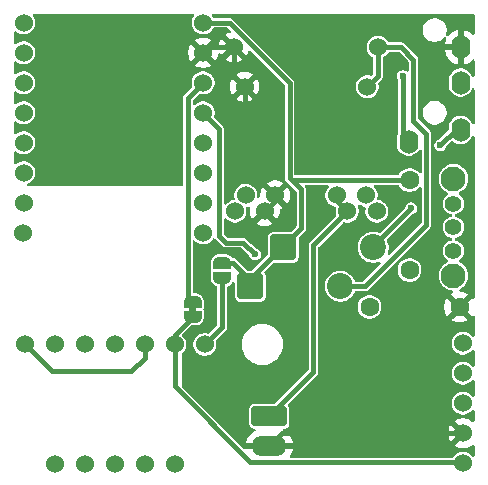
<source format=gbl>
G04 #@! TF.GenerationSoftware,KiCad,Pcbnew,9.0.2*
G04 #@! TF.CreationDate,2025-07-15T04:36:50-04:00*
G04 #@! TF.ProjectId,FBT,4642542e-6b69-4636-9164-5f7063625858,rev?*
G04 #@! TF.SameCoordinates,Original*
G04 #@! TF.FileFunction,Copper,L2,Bot*
G04 #@! TF.FilePolarity,Positive*
%FSLAX46Y46*%
G04 Gerber Fmt 4.6, Leading zero omitted, Abs format (unit mm)*
G04 Created by KiCad (PCBNEW 9.0.2) date 2025-07-15 04:36:50*
%MOMM*%
%LPD*%
G01*
G04 APERTURE LIST*
G04 Aperture macros list*
%AMRoundRect*
0 Rectangle with rounded corners*
0 $1 Rounding radius*
0 $2 $3 $4 $5 $6 $7 $8 $9 X,Y pos of 4 corners*
0 Add a 4 corners polygon primitive as box body*
4,1,4,$2,$3,$4,$5,$6,$7,$8,$9,$2,$3,0*
0 Add four circle primitives for the rounded corners*
1,1,$1+$1,$2,$3*
1,1,$1+$1,$4,$5*
1,1,$1+$1,$6,$7*
1,1,$1+$1,$8,$9*
0 Add four rect primitives between the rounded corners*
20,1,$1+$1,$2,$3,$4,$5,0*
20,1,$1+$1,$4,$5,$6,$7,0*
20,1,$1+$1,$6,$7,$8,$9,0*
20,1,$1+$1,$8,$9,$2,$3,0*%
%AMFreePoly0*
4,1,23,0.500000,-0.750000,0.000000,-0.750000,0.000000,-0.745722,-0.065263,-0.745722,-0.191342,-0.711940,-0.304381,-0.646677,-0.396677,-0.554381,-0.461940,-0.441342,-0.495722,-0.315263,-0.495722,-0.250000,-0.500000,-0.250000,-0.500000,0.250000,-0.495722,0.250000,-0.495722,0.315263,-0.461940,0.441342,-0.396677,0.554381,-0.304381,0.646677,-0.191342,0.711940,-0.065263,0.745722,0.000000,0.745722,
0.000000,0.750000,0.500000,0.750000,0.500000,-0.750000,0.500000,-0.750000,$1*%
%AMFreePoly1*
4,1,23,0.000000,0.745722,0.065263,0.745722,0.191342,0.711940,0.304381,0.646677,0.396677,0.554381,0.461940,0.441342,0.495722,0.315263,0.495722,0.250000,0.500000,0.250000,0.500000,-0.250000,0.495722,-0.250000,0.495722,-0.315263,0.461940,-0.441342,0.396677,-0.554381,0.304381,-0.646677,0.191342,-0.711940,0.065263,-0.745722,0.000000,-0.745722,0.000000,-0.750000,-0.500000,-0.750000,
-0.500000,0.750000,0.000000,0.750000,0.000000,0.745722,0.000000,0.745722,$1*%
G04 Aperture macros list end*
G04 #@! TA.AperFunction,EtchedComponent*
%ADD10C,0.000000*%
G04 #@! TD*
G04 #@! TA.AperFunction,ComponentPad*
%ADD11C,1.524000*%
G04 #@! TD*
G04 #@! TA.AperFunction,ComponentPad*
%ADD12RoundRect,0.249999X-0.850001X-0.850001X0.850001X-0.850001X0.850001X0.850001X-0.850001X0.850001X0*%
G04 #@! TD*
G04 #@! TA.AperFunction,ComponentPad*
%ADD13C,2.200000*%
G04 #@! TD*
G04 #@! TA.AperFunction,ComponentPad*
%ADD14O,1.600000X2.000000*%
G04 #@! TD*
G04 #@! TA.AperFunction,ComponentPad*
%ADD15C,2.100000*%
G04 #@! TD*
G04 #@! TA.AperFunction,ComponentPad*
%ADD16C,1.400000*%
G04 #@! TD*
G04 #@! TA.AperFunction,ComponentPad*
%ADD17RoundRect,0.250000X-1.250000X0.600000X-1.250000X-0.600000X1.250000X-0.600000X1.250000X0.600000X0*%
G04 #@! TD*
G04 #@! TA.AperFunction,ComponentPad*
%ADD18O,3.000000X1.700000*%
G04 #@! TD*
G04 #@! TA.AperFunction,ComponentPad*
%ADD19C,1.600000*%
G04 #@! TD*
G04 #@! TA.AperFunction,SMDPad,CuDef*
%ADD20FreePoly0,90.000000*%
G04 #@! TD*
G04 #@! TA.AperFunction,SMDPad,CuDef*
%ADD21FreePoly1,90.000000*%
G04 #@! TD*
G04 #@! TA.AperFunction,SMDPad,CuDef*
%ADD22FreePoly0,270.000000*%
G04 #@! TD*
G04 #@! TA.AperFunction,SMDPad,CuDef*
%ADD23FreePoly1,270.000000*%
G04 #@! TD*
G04 #@! TA.AperFunction,ViaPad*
%ADD24C,0.600000*%
G04 #@! TD*
G04 #@! TA.AperFunction,Conductor*
%ADD25C,0.400000*%
G04 #@! TD*
G04 APERTURE END LIST*
D10*
G04 #@! TA.AperFunction,EtchedComponent*
G36*
X112920000Y-121500000D02*
G01*
X112320000Y-121500000D01*
X112320000Y-121000000D01*
X112920000Y-121000000D01*
X112920000Y-121500000D01*
G37*
G04 #@! TD.AperFunction*
D11*
X113516004Y-96981392D03*
X113516004Y-99521392D03*
X113516004Y-102061392D03*
X113516004Y-104601392D03*
X113516004Y-107141392D03*
X113516004Y-109681392D03*
X113516004Y-112221392D03*
X113516004Y-114761392D03*
X98276004Y-114761392D03*
X98316004Y-112221392D03*
X98316004Y-109681392D03*
X98316004Y-107141392D03*
X98316004Y-104601392D03*
X98316004Y-102061392D03*
X98316004Y-99521392D03*
X98316004Y-96981392D03*
X127418024Y-102400000D03*
X117018024Y-102400000D03*
X117118024Y-111600000D03*
X119618024Y-111600000D03*
X124818024Y-111600000D03*
X127318024Y-111600000D03*
D12*
X117510000Y-119300000D03*
D13*
X125130000Y-119300000D03*
D12*
X120290000Y-116000000D03*
D13*
X127910000Y-116000000D03*
D14*
X135320000Y-106050000D03*
X135320000Y-102050000D03*
X135320000Y-99050000D03*
X130920000Y-107050000D03*
D15*
X134700000Y-118400000D03*
X134700000Y-110200000D03*
D16*
X134700000Y-116300000D03*
X134700000Y-114300000D03*
X134700000Y-112300000D03*
D17*
X119120000Y-130300000D03*
D18*
X119120000Y-132800000D03*
D11*
X128320000Y-99050000D03*
X116120000Y-99050000D03*
X116220000Y-112950000D03*
X118720000Y-112950000D03*
X125720000Y-112950000D03*
X128220000Y-112950000D03*
X135520000Y-134280000D03*
X135520000Y-131740000D03*
X135520000Y-129200000D03*
X135520000Y-126660000D03*
X135520000Y-124120000D03*
X113640000Y-124220000D03*
X111100000Y-124220000D03*
X108560000Y-124220000D03*
X106020000Y-124220000D03*
X103480000Y-124220000D03*
X100940000Y-124220000D03*
X98400000Y-124220000D03*
X100940000Y-134380000D03*
X103480000Y-134380000D03*
X106020000Y-134380000D03*
X108560000Y-134380000D03*
X111100000Y-134380000D03*
D19*
X135220000Y-121050000D03*
X127600000Y-121050000D03*
X131000000Y-117920000D03*
X131000000Y-110300000D03*
D20*
X115120000Y-118600000D03*
D21*
X115120000Y-117300000D03*
D22*
X112620000Y-120600000D03*
D23*
X112620000Y-121900000D03*
D24*
X133600000Y-107350000D03*
X130420000Y-101500000D03*
X117920000Y-116600000D03*
X131120000Y-112700000D03*
D25*
X134900000Y-106050000D02*
X135320000Y-106050000D01*
X133600000Y-107350000D02*
X134900000Y-106050000D01*
X112620000Y-120600000D02*
X112220000Y-120200000D01*
X112220000Y-103357396D02*
X113516004Y-102061392D01*
X130420000Y-106550000D02*
X130420000Y-101500000D01*
X130920000Y-107050000D02*
X130420000Y-106550000D01*
X112220000Y-120200000D02*
X112220000Y-103357396D01*
X113516004Y-104601392D02*
X114857000Y-105942388D01*
X114857000Y-105942388D02*
X114857000Y-115037000D01*
X115420000Y-115600000D02*
X116920000Y-115600000D01*
X114857000Y-115037000D02*
X115420000Y-115600000D01*
X116920000Y-115600000D02*
X117920000Y-116600000D01*
X117510000Y-118790000D02*
X116020000Y-117300000D01*
X117510000Y-119300000D02*
X117510000Y-118790000D01*
X113516004Y-96981392D02*
X115746123Y-96981392D01*
X116020000Y-117300000D02*
X115120000Y-117300000D01*
X117510000Y-118690000D02*
X117510000Y-119300000D01*
X120827947Y-102063216D02*
X120827947Y-110100000D01*
X120827947Y-110100000D02*
X121820000Y-111092053D01*
X130920000Y-110300000D02*
X121027947Y-110300000D01*
X121027947Y-110300000D02*
X120827947Y-110100000D01*
X121820000Y-114380000D02*
X120300000Y-115900000D01*
X115746123Y-96981392D02*
X120827947Y-102063216D01*
X120300000Y-115900000D02*
X117510000Y-118690000D01*
X121820000Y-111092053D02*
X121820000Y-114380000D01*
X122850000Y-126570000D02*
X122850000Y-115820000D01*
X125720000Y-112950000D02*
X124818024Y-112048024D01*
X124818024Y-112048024D02*
X124818024Y-111600000D01*
X126020000Y-113300000D02*
X126020000Y-112853788D01*
X119120000Y-130300000D02*
X122850000Y-126570000D01*
X122850000Y-115820000D02*
X125720000Y-112950000D01*
X119618024Y-111600000D02*
X117018024Y-109000000D01*
X119618024Y-112051976D02*
X119618024Y-111600000D01*
X135520000Y-131740000D02*
X133720000Y-129940000D01*
X133720000Y-122600000D02*
X135220000Y-121100000D01*
X100680000Y-126500000D02*
X107420000Y-126500000D01*
X133720000Y-129940000D02*
X133720000Y-122600000D01*
X117018024Y-109000000D02*
X117018024Y-102400000D01*
X116120000Y-101520000D02*
X116120000Y-99050000D01*
X107420000Y-126500000D02*
X108560000Y-125360000D01*
X113987396Y-99050000D02*
X116120000Y-99050000D01*
X108560000Y-125360000D02*
X108560000Y-124220000D01*
X117018024Y-102400000D02*
X117000000Y-102400000D01*
X118720000Y-112950000D02*
X119618024Y-112051976D01*
X113516004Y-99521392D02*
X113987396Y-99050000D01*
X117000000Y-102400000D02*
X116120000Y-101520000D01*
X135520000Y-131740000D02*
X120180000Y-131740000D01*
X120180000Y-131740000D02*
X119120000Y-132800000D01*
X98400000Y-124220000D02*
X100680000Y-126500000D01*
X132420000Y-114075634D02*
X132420000Y-106376158D01*
X131320000Y-100100000D02*
X130270000Y-99050000D01*
X127195634Y-119300000D02*
X132420000Y-114075634D01*
X131320000Y-105276158D02*
X131320000Y-100100000D01*
X125640000Y-119300000D02*
X127195634Y-119300000D01*
X128320000Y-101498024D02*
X128320000Y-99050000D01*
X127418024Y-102400000D02*
X128320000Y-101498024D01*
X130270000Y-99050000D02*
X128320000Y-99050000D01*
X132420000Y-106376158D02*
X131320000Y-105276158D01*
X131120000Y-112700000D02*
X127920000Y-115900000D01*
X117520000Y-134200000D02*
X111100000Y-127780000D01*
X111100000Y-123420000D02*
X112620000Y-121900000D01*
X135440000Y-134200000D02*
X117520000Y-134200000D01*
X111100000Y-124220000D02*
X111100000Y-123420000D01*
X135520000Y-134280000D02*
X135440000Y-134200000D01*
X111100000Y-127780000D02*
X111100000Y-124220000D01*
X115120000Y-118600000D02*
X115120000Y-122740000D01*
X115120000Y-122740000D02*
X113640000Y-124220000D01*
G04 #@! TA.AperFunction,Conductor*
G36*
X136442539Y-96240185D02*
G01*
X136488294Y-96292989D01*
X136499500Y-96344500D01*
X136499500Y-97891660D01*
X136479815Y-97958699D01*
X136427011Y-98004454D01*
X136357853Y-98014398D01*
X136294297Y-97985373D01*
X136287819Y-97979341D01*
X136166895Y-97858417D01*
X136001349Y-97738140D01*
X135819029Y-97645244D01*
X135624413Y-97582009D01*
X135570000Y-97573390D01*
X135570000Y-98405025D01*
X135534905Y-98369930D01*
X135455095Y-98323852D01*
X135366078Y-98300000D01*
X135273922Y-98300000D01*
X135184905Y-98323852D01*
X135105095Y-98369930D01*
X135070000Y-98405025D01*
X135070000Y-97573390D01*
X135015586Y-97582009D01*
X134820970Y-97645244D01*
X134638650Y-97738140D01*
X134473105Y-97858417D01*
X134473104Y-97858417D01*
X134328417Y-98003104D01*
X134328417Y-98003105D01*
X134263911Y-98091889D01*
X134208581Y-98134554D01*
X134138967Y-98140533D01*
X134077172Y-98107927D01*
X134042815Y-98047088D01*
X134046805Y-97977332D01*
X134049032Y-97971551D01*
X134075809Y-97906904D01*
X134082051Y-97891835D01*
X134112623Y-97738140D01*
X134120500Y-97698543D01*
X134120500Y-97501456D01*
X134082052Y-97308170D01*
X134082051Y-97308169D01*
X134082051Y-97308165D01*
X134062985Y-97262135D01*
X134006635Y-97126092D01*
X134006628Y-97126079D01*
X133897139Y-96962218D01*
X133897136Y-96962214D01*
X133757785Y-96822863D01*
X133757781Y-96822860D01*
X133593920Y-96713371D01*
X133593907Y-96713364D01*
X133411839Y-96637950D01*
X133411829Y-96637947D01*
X133218543Y-96599500D01*
X133218541Y-96599500D01*
X133021459Y-96599500D01*
X133021457Y-96599500D01*
X132828170Y-96637947D01*
X132828160Y-96637950D01*
X132646092Y-96713364D01*
X132646079Y-96713371D01*
X132482218Y-96822860D01*
X132482214Y-96822863D01*
X132342863Y-96962214D01*
X132342860Y-96962218D01*
X132233371Y-97126079D01*
X132233364Y-97126092D01*
X132157950Y-97308160D01*
X132157947Y-97308170D01*
X132119500Y-97501456D01*
X132119500Y-97501459D01*
X132119500Y-97698541D01*
X132119500Y-97698543D01*
X132119499Y-97698543D01*
X132157947Y-97891829D01*
X132157950Y-97891839D01*
X132233364Y-98073907D01*
X132233371Y-98073920D01*
X132342860Y-98237781D01*
X132342863Y-98237785D01*
X132482214Y-98377136D01*
X132482218Y-98377139D01*
X132646079Y-98486628D01*
X132646092Y-98486635D01*
X132788405Y-98545582D01*
X132828165Y-98562051D01*
X132828169Y-98562051D01*
X132828170Y-98562052D01*
X133021456Y-98600500D01*
X133021459Y-98600500D01*
X133218543Y-98600500D01*
X133394184Y-98565562D01*
X133411835Y-98562051D01*
X133593914Y-98486632D01*
X133757782Y-98377139D01*
X133897139Y-98237782D01*
X133897141Y-98237778D01*
X133901003Y-98233074D01*
X133902664Y-98234437D01*
X133948810Y-98195857D01*
X134018133Y-98187136D01*
X134081167Y-98217277D01*
X134117898Y-98276713D01*
X134116665Y-98346572D01*
X134116254Y-98347862D01*
X134052009Y-98545582D01*
X134020000Y-98747682D01*
X134020000Y-98800000D01*
X134970000Y-98800000D01*
X134970000Y-99300000D01*
X134020000Y-99300000D01*
X134020000Y-99352317D01*
X134052009Y-99554417D01*
X134115244Y-99749031D01*
X134208140Y-99931349D01*
X134328417Y-100096894D01*
X134328417Y-100096895D01*
X134473104Y-100241582D01*
X134638650Y-100361859D01*
X134820968Y-100454754D01*
X135015578Y-100517988D01*
X135070000Y-100526607D01*
X135070000Y-99694975D01*
X135105095Y-99730070D01*
X135184905Y-99776148D01*
X135273922Y-99800000D01*
X135366078Y-99800000D01*
X135455095Y-99776148D01*
X135534905Y-99730070D01*
X135570000Y-99694975D01*
X135570000Y-100526606D01*
X135624421Y-100517988D01*
X135819031Y-100454754D01*
X136001349Y-100361859D01*
X136166894Y-100241582D01*
X136166895Y-100241582D01*
X136287819Y-100120659D01*
X136349142Y-100087174D01*
X136418834Y-100092158D01*
X136474767Y-100134030D01*
X136499184Y-100199494D01*
X136499500Y-100208340D01*
X136499500Y-101459742D01*
X136479815Y-101526781D01*
X136427011Y-101572536D01*
X136357853Y-101582480D01*
X136294297Y-101553455D01*
X136260939Y-101507195D01*
X136206633Y-101376088D01*
X136206628Y-101376079D01*
X136097139Y-101212218D01*
X136097136Y-101212214D01*
X135957785Y-101072863D01*
X135957781Y-101072860D01*
X135793920Y-100963371D01*
X135793907Y-100963364D01*
X135611839Y-100887950D01*
X135611829Y-100887947D01*
X135418543Y-100849500D01*
X135418541Y-100849500D01*
X135221459Y-100849500D01*
X135221457Y-100849500D01*
X135028170Y-100887947D01*
X135028160Y-100887950D01*
X134846092Y-100963364D01*
X134846079Y-100963371D01*
X134682218Y-101072860D01*
X134682214Y-101072863D01*
X134542863Y-101212214D01*
X134542860Y-101212218D01*
X134433371Y-101376079D01*
X134433364Y-101376092D01*
X134357950Y-101558160D01*
X134357947Y-101558170D01*
X134319500Y-101751456D01*
X134319500Y-101751459D01*
X134319500Y-102348541D01*
X134319500Y-102348543D01*
X134319499Y-102348543D01*
X134357947Y-102541829D01*
X134357950Y-102541839D01*
X134433364Y-102723907D01*
X134433371Y-102723920D01*
X134542860Y-102887781D01*
X134542863Y-102887785D01*
X134682214Y-103027136D01*
X134682218Y-103027139D01*
X134846079Y-103136628D01*
X134846092Y-103136635D01*
X135005845Y-103202806D01*
X135028165Y-103212051D01*
X135028169Y-103212051D01*
X135028170Y-103212052D01*
X135221456Y-103250500D01*
X135221459Y-103250500D01*
X135418543Y-103250500D01*
X135548582Y-103224632D01*
X135611835Y-103212051D01*
X135793914Y-103136632D01*
X135957782Y-103027139D01*
X136097139Y-102887782D01*
X136206632Y-102723914D01*
X136226352Y-102676306D01*
X136260939Y-102592805D01*
X136304780Y-102538401D01*
X136371074Y-102516336D01*
X136438773Y-102533615D01*
X136486384Y-102584752D01*
X136499500Y-102640257D01*
X136499500Y-105459742D01*
X136479815Y-105526781D01*
X136427011Y-105572536D01*
X136357853Y-105582480D01*
X136294297Y-105553455D01*
X136260939Y-105507195D01*
X136206633Y-105376088D01*
X136206628Y-105376079D01*
X136097139Y-105212218D01*
X136097136Y-105212214D01*
X135957785Y-105072863D01*
X135957781Y-105072860D01*
X135793920Y-104963371D01*
X135793907Y-104963364D01*
X135611839Y-104887950D01*
X135611829Y-104887947D01*
X135418543Y-104849500D01*
X135418541Y-104849500D01*
X135221459Y-104849500D01*
X135221457Y-104849500D01*
X135028170Y-104887947D01*
X135028160Y-104887950D01*
X134846092Y-104963364D01*
X134846079Y-104963371D01*
X134682218Y-105072860D01*
X134682214Y-105072863D01*
X134542863Y-105212214D01*
X134542860Y-105212218D01*
X134433371Y-105376079D01*
X134433364Y-105376092D01*
X134357950Y-105558160D01*
X134357947Y-105558170D01*
X134319500Y-105751456D01*
X134319500Y-106012744D01*
X134299815Y-106079783D01*
X134283181Y-106100425D01*
X133557600Y-106826005D01*
X133502014Y-106858098D01*
X133406815Y-106883607D01*
X133406814Y-106883607D01*
X133292686Y-106949500D01*
X133292683Y-106949502D01*
X133199502Y-107042683D01*
X133199500Y-107042686D01*
X133133608Y-107156812D01*
X133118808Y-107212049D01*
X133099500Y-107284108D01*
X133099500Y-107415892D01*
X133116554Y-107479539D01*
X133133608Y-107543187D01*
X133164853Y-107597304D01*
X133199500Y-107657314D01*
X133292686Y-107750500D01*
X133406814Y-107816392D01*
X133534108Y-107850500D01*
X133534110Y-107850500D01*
X133665890Y-107850500D01*
X133665892Y-107850500D01*
X133793186Y-107816392D01*
X133907314Y-107750500D01*
X134000500Y-107657314D01*
X134066392Y-107543186D01*
X134079414Y-107494588D01*
X134091900Y-107447986D01*
X134123992Y-107392399D01*
X134498055Y-107018335D01*
X134559376Y-106984852D01*
X134629067Y-106989836D01*
X134673415Y-107018337D01*
X134682214Y-107027136D01*
X134682218Y-107027139D01*
X134846079Y-107136628D01*
X134846092Y-107136635D01*
X135028160Y-107212049D01*
X135028165Y-107212051D01*
X135028169Y-107212051D01*
X135028170Y-107212052D01*
X135221456Y-107250500D01*
X135221459Y-107250500D01*
X135418543Y-107250500D01*
X135548582Y-107224632D01*
X135611835Y-107212051D01*
X135793914Y-107136632D01*
X135957782Y-107027139D01*
X136097139Y-106887782D01*
X136206632Y-106723914D01*
X136260939Y-106592805D01*
X136304780Y-106538401D01*
X136371074Y-106516336D01*
X136438773Y-106533615D01*
X136486384Y-106584752D01*
X136499500Y-106640257D01*
X136499500Y-120217755D01*
X136479815Y-120284794D01*
X136427011Y-120330549D01*
X136357853Y-120340493D01*
X136326577Y-120326210D01*
X136299474Y-120324076D01*
X135620000Y-121003551D01*
X135620000Y-120997339D01*
X135592741Y-120895606D01*
X135540080Y-120804394D01*
X135465606Y-120729920D01*
X135374394Y-120677259D01*
X135272661Y-120650000D01*
X135266446Y-120650000D01*
X135945922Y-119970524D01*
X135945921Y-119970523D01*
X135901359Y-119938147D01*
X135901350Y-119938141D01*
X135719031Y-119845244D01*
X135524417Y-119782009D01*
X135322317Y-119750000D01*
X135321437Y-119750000D01*
X135321114Y-119749905D01*
X135317462Y-119749618D01*
X135317522Y-119748850D01*
X135254398Y-119730315D01*
X135208643Y-119677511D01*
X135198699Y-119608353D01*
X135227724Y-119544797D01*
X135265142Y-119515515D01*
X135355405Y-119469524D01*
X135514646Y-119353828D01*
X135653828Y-119214646D01*
X135769524Y-119055405D01*
X135858884Y-118880025D01*
X135919709Y-118692826D01*
X135923985Y-118665826D01*
X135950500Y-118498422D01*
X135950500Y-118301577D01*
X135919709Y-118107173D01*
X135884723Y-117999500D01*
X135858884Y-117919975D01*
X135858882Y-117919972D01*
X135858882Y-117919970D01*
X135769523Y-117744594D01*
X135653828Y-117585354D01*
X135514646Y-117446172D01*
X135355405Y-117330476D01*
X135216679Y-117259792D01*
X135165883Y-117211818D01*
X135149088Y-117143997D01*
X135171625Y-117077862D01*
X135204083Y-117046205D01*
X135223300Y-117033364D01*
X135274035Y-116999464D01*
X135399464Y-116874035D01*
X135498013Y-116726547D01*
X135565894Y-116562666D01*
X135578515Y-116499219D01*
X135600499Y-116388695D01*
X135600500Y-116388693D01*
X135600500Y-116211306D01*
X135600499Y-116211304D01*
X135565896Y-116037341D01*
X135565893Y-116037332D01*
X135498016Y-115873459D01*
X135498009Y-115873446D01*
X135399464Y-115725965D01*
X135399461Y-115725961D01*
X135274038Y-115600538D01*
X135274034Y-115600535D01*
X135126553Y-115501990D01*
X135126540Y-115501983D01*
X134962667Y-115434106D01*
X134962658Y-115434103D01*
X134899882Y-115421617D01*
X134837971Y-115389232D01*
X134803397Y-115328517D01*
X134807136Y-115258747D01*
X134848003Y-115202075D01*
X134899882Y-115178383D01*
X134962658Y-115165896D01*
X134962661Y-115165894D01*
X134962666Y-115165894D01*
X135126547Y-115098013D01*
X135274035Y-114999464D01*
X135399464Y-114874035D01*
X135498013Y-114726547D01*
X135565894Y-114562666D01*
X135571480Y-114534587D01*
X135600499Y-114388695D01*
X135600500Y-114388693D01*
X135600500Y-114211306D01*
X135600499Y-114211304D01*
X135565896Y-114037341D01*
X135565893Y-114037332D01*
X135498016Y-113873459D01*
X135498009Y-113873446D01*
X135399464Y-113725965D01*
X135399461Y-113725961D01*
X135274038Y-113600538D01*
X135274034Y-113600535D01*
X135126553Y-113501990D01*
X135126540Y-113501983D01*
X134962667Y-113434106D01*
X134962658Y-113434103D01*
X134899882Y-113421617D01*
X134837971Y-113389232D01*
X134803397Y-113328517D01*
X134807136Y-113258747D01*
X134848003Y-113202075D01*
X134899882Y-113178383D01*
X134962658Y-113165896D01*
X134962661Y-113165894D01*
X134962666Y-113165894D01*
X135102535Y-113107958D01*
X135126540Y-113098016D01*
X135126540Y-113098015D01*
X135126547Y-113098013D01*
X135274035Y-112999464D01*
X135399464Y-112874035D01*
X135498013Y-112726547D01*
X135565894Y-112562666D01*
X135569666Y-112543707D01*
X135600499Y-112388695D01*
X135600500Y-112388693D01*
X135600500Y-112211306D01*
X135600499Y-112211304D01*
X135565896Y-112037341D01*
X135565893Y-112037332D01*
X135498016Y-111873459D01*
X135498009Y-111873446D01*
X135399464Y-111725965D01*
X135399461Y-111725961D01*
X135274038Y-111600538D01*
X135274032Y-111600533D01*
X135204082Y-111553793D01*
X135159278Y-111500181D01*
X135150571Y-111430856D01*
X135180726Y-111367828D01*
X135216678Y-111340208D01*
X135355405Y-111269524D01*
X135514646Y-111153828D01*
X135653828Y-111014646D01*
X135769524Y-110855405D01*
X135858884Y-110680025D01*
X135919709Y-110492826D01*
X135930352Y-110425630D01*
X135950500Y-110298422D01*
X135950500Y-110101577D01*
X135919709Y-109907173D01*
X135858882Y-109719970D01*
X135769523Y-109544594D01*
X135653828Y-109385354D01*
X135514646Y-109246172D01*
X135355405Y-109130476D01*
X135180029Y-109041117D01*
X134992826Y-108980290D01*
X134798422Y-108949500D01*
X134798417Y-108949500D01*
X134601583Y-108949500D01*
X134601578Y-108949500D01*
X134407173Y-108980290D01*
X134219970Y-109041117D01*
X134044594Y-109130476D01*
X133990985Y-109169426D01*
X133885354Y-109246172D01*
X133885352Y-109246174D01*
X133885351Y-109246174D01*
X133746174Y-109385351D01*
X133746174Y-109385352D01*
X133746172Y-109385354D01*
X133696485Y-109453741D01*
X133630476Y-109544594D01*
X133541117Y-109719970D01*
X133480290Y-109907173D01*
X133449500Y-110101577D01*
X133449500Y-110298422D01*
X133480290Y-110492826D01*
X133541117Y-110680029D01*
X133612436Y-110820000D01*
X133630476Y-110855405D01*
X133746172Y-111014646D01*
X133885354Y-111153828D01*
X133930505Y-111186632D01*
X134044596Y-111269525D01*
X134183319Y-111340207D01*
X134234116Y-111388181D01*
X134250911Y-111456002D01*
X134228374Y-111522137D01*
X134195918Y-111553793D01*
X134125963Y-111600536D01*
X134000538Y-111725961D01*
X134000535Y-111725965D01*
X133901990Y-111873446D01*
X133901983Y-111873459D01*
X133834106Y-112037332D01*
X133834103Y-112037341D01*
X133799500Y-112211304D01*
X133799500Y-112388695D01*
X133834103Y-112562658D01*
X133834106Y-112562667D01*
X133901983Y-112726540D01*
X133901990Y-112726553D01*
X134000535Y-112874034D01*
X134000538Y-112874038D01*
X134125961Y-112999461D01*
X134125965Y-112999464D01*
X134273446Y-113098009D01*
X134273459Y-113098016D01*
X134391485Y-113146903D01*
X134437334Y-113165894D01*
X134439838Y-113166392D01*
X134500118Y-113178383D01*
X134562028Y-113210768D01*
X134596603Y-113271484D01*
X134592863Y-113341253D01*
X134551996Y-113397925D01*
X134500118Y-113421617D01*
X134437340Y-113434104D01*
X134437332Y-113434106D01*
X134273459Y-113501983D01*
X134273446Y-113501990D01*
X134125965Y-113600535D01*
X134125961Y-113600538D01*
X134000538Y-113725961D01*
X134000535Y-113725965D01*
X133901990Y-113873446D01*
X133901983Y-113873459D01*
X133834106Y-114037332D01*
X133834103Y-114037341D01*
X133799500Y-114211304D01*
X133799500Y-114388695D01*
X133834103Y-114562658D01*
X133834106Y-114562667D01*
X133901983Y-114726540D01*
X133901990Y-114726553D01*
X134000535Y-114874034D01*
X134000538Y-114874038D01*
X134125961Y-114999461D01*
X134125965Y-114999464D01*
X134273446Y-115098009D01*
X134273459Y-115098016D01*
X134373789Y-115139573D01*
X134437334Y-115165894D01*
X134457594Y-115169924D01*
X134500118Y-115178383D01*
X134562028Y-115210768D01*
X134596603Y-115271484D01*
X134592863Y-115341253D01*
X134551996Y-115397925D01*
X134500118Y-115421617D01*
X134437340Y-115434104D01*
X134437332Y-115434106D01*
X134273459Y-115501983D01*
X134273446Y-115501990D01*
X134125965Y-115600535D01*
X134125961Y-115600538D01*
X134000538Y-115725961D01*
X134000535Y-115725965D01*
X133901990Y-115873446D01*
X133901983Y-115873459D01*
X133834106Y-116037332D01*
X133834103Y-116037341D01*
X133799500Y-116211304D01*
X133799500Y-116388695D01*
X133834103Y-116562658D01*
X133834106Y-116562667D01*
X133901983Y-116726540D01*
X133901990Y-116726553D01*
X134000535Y-116874034D01*
X134000538Y-116874038D01*
X134125961Y-116999461D01*
X134125964Y-116999463D01*
X134125965Y-116999464D01*
X134133155Y-117004268D01*
X134195917Y-117046205D01*
X134240721Y-117099818D01*
X134249428Y-117169143D01*
X134219273Y-117232170D01*
X134183320Y-117259792D01*
X134044594Y-117330476D01*
X133953741Y-117396485D01*
X133885354Y-117446172D01*
X133885352Y-117446174D01*
X133885351Y-117446174D01*
X133746174Y-117585351D01*
X133746174Y-117585352D01*
X133746172Y-117585354D01*
X133715068Y-117628165D01*
X133630476Y-117744594D01*
X133541117Y-117919970D01*
X133480290Y-118107173D01*
X133449500Y-118301577D01*
X133449500Y-118498422D01*
X133480290Y-118692826D01*
X133541117Y-118880029D01*
X133607217Y-119009757D01*
X133630476Y-119055405D01*
X133746172Y-119214646D01*
X133885354Y-119353828D01*
X134044595Y-119469524D01*
X134127455Y-119511743D01*
X134219970Y-119558882D01*
X134219972Y-119558882D01*
X134219975Y-119558884D01*
X134320317Y-119591487D01*
X134407173Y-119619709D01*
X134606395Y-119651263D01*
X134606059Y-119653381D01*
X134662982Y-119675039D01*
X134704485Y-119731246D01*
X134709012Y-119800969D01*
X134675125Y-119862071D01*
X134644316Y-119884301D01*
X134538644Y-119938143D01*
X134494077Y-119970523D01*
X134494077Y-119970524D01*
X135173554Y-120650000D01*
X135167339Y-120650000D01*
X135065606Y-120677259D01*
X134974394Y-120729920D01*
X134899920Y-120804394D01*
X134847259Y-120895606D01*
X134820000Y-120997339D01*
X134820000Y-121003553D01*
X134140524Y-120324077D01*
X134140523Y-120324077D01*
X134108143Y-120368644D01*
X134015244Y-120550968D01*
X133952009Y-120745582D01*
X133920000Y-120947682D01*
X133920000Y-121152317D01*
X133952009Y-121354417D01*
X134015244Y-121549031D01*
X134108141Y-121731350D01*
X134108147Y-121731359D01*
X134140523Y-121775921D01*
X134140524Y-121775922D01*
X134820000Y-121096446D01*
X134820000Y-121102661D01*
X134847259Y-121204394D01*
X134899920Y-121295606D01*
X134974394Y-121370080D01*
X135065606Y-121422741D01*
X135167339Y-121450000D01*
X135173553Y-121450000D01*
X134494076Y-122129474D01*
X134538650Y-122161859D01*
X134720968Y-122254755D01*
X134915582Y-122317990D01*
X135117683Y-122350000D01*
X135322317Y-122350000D01*
X135524417Y-122317990D01*
X135719031Y-122254755D01*
X135901349Y-122161859D01*
X135945921Y-122129474D01*
X135266447Y-121450000D01*
X135272661Y-121450000D01*
X135374394Y-121422741D01*
X135465606Y-121370080D01*
X135540080Y-121295606D01*
X135592741Y-121204394D01*
X135620000Y-121102661D01*
X135620000Y-121096447D01*
X136299474Y-121775921D01*
X136320707Y-121774250D01*
X136330511Y-121766691D01*
X136400124Y-121760712D01*
X136461919Y-121793317D01*
X136496277Y-121854155D01*
X136499500Y-121882242D01*
X136499500Y-123444698D01*
X136479815Y-123511737D01*
X136427011Y-123557492D01*
X136357853Y-123567436D01*
X136294297Y-123538411D01*
X136272399Y-123513590D01*
X136267624Y-123506444D01*
X136267619Y-123506438D01*
X136133558Y-123372377D01*
X135975912Y-123267042D01*
X135800751Y-123194488D01*
X135800743Y-123194486D01*
X135614802Y-123157500D01*
X135614798Y-123157500D01*
X135425202Y-123157500D01*
X135425197Y-123157500D01*
X135239256Y-123194486D01*
X135239248Y-123194488D01*
X135064087Y-123267042D01*
X134906441Y-123372377D01*
X134772377Y-123506441D01*
X134667042Y-123664087D01*
X134594488Y-123839248D01*
X134594486Y-123839256D01*
X134557500Y-124025197D01*
X134557500Y-124214802D01*
X134594486Y-124400743D01*
X134594488Y-124400751D01*
X134667042Y-124575912D01*
X134772377Y-124733558D01*
X134906441Y-124867622D01*
X135011300Y-124937686D01*
X135064085Y-124972956D01*
X135239249Y-125045512D01*
X135377221Y-125072956D01*
X135425197Y-125082499D01*
X135425201Y-125082500D01*
X135425202Y-125082500D01*
X135614799Y-125082500D01*
X135614800Y-125082499D01*
X135800751Y-125045512D01*
X135975915Y-124972956D01*
X136133558Y-124867622D01*
X136267622Y-124733558D01*
X136272396Y-124726412D01*
X136326007Y-124681606D01*
X136395332Y-124672897D01*
X136458360Y-124703050D01*
X136495081Y-124762492D01*
X136499500Y-124795301D01*
X136499500Y-125984698D01*
X136479815Y-126051737D01*
X136427011Y-126097492D01*
X136357853Y-126107436D01*
X136294297Y-126078411D01*
X136272399Y-126053590D01*
X136267624Y-126046444D01*
X136267619Y-126046438D01*
X136133558Y-125912377D01*
X135975912Y-125807042D01*
X135800751Y-125734488D01*
X135800743Y-125734486D01*
X135614802Y-125697500D01*
X135614798Y-125697500D01*
X135425202Y-125697500D01*
X135425197Y-125697500D01*
X135239256Y-125734486D01*
X135239248Y-125734488D01*
X135064087Y-125807042D01*
X134906441Y-125912377D01*
X134772377Y-126046441D01*
X134667042Y-126204087D01*
X134594488Y-126379248D01*
X134594486Y-126379256D01*
X134557500Y-126565197D01*
X134557500Y-126754802D01*
X134594486Y-126940743D01*
X134594488Y-126940751D01*
X134667042Y-127115912D01*
X134772377Y-127273558D01*
X134906441Y-127407622D01*
X135011300Y-127477686D01*
X135064085Y-127512956D01*
X135239249Y-127585512D01*
X135425197Y-127622499D01*
X135425201Y-127622500D01*
X135425202Y-127622500D01*
X135614799Y-127622500D01*
X135614800Y-127622499D01*
X135800751Y-127585512D01*
X135975915Y-127512956D01*
X136133558Y-127407622D01*
X136267622Y-127273558D01*
X136272396Y-127266412D01*
X136326007Y-127221606D01*
X136395332Y-127212897D01*
X136458360Y-127243050D01*
X136495081Y-127302492D01*
X136499500Y-127335301D01*
X136499500Y-128524698D01*
X136479815Y-128591737D01*
X136427011Y-128637492D01*
X136357853Y-128647436D01*
X136294297Y-128618411D01*
X136272399Y-128593590D01*
X136267624Y-128586444D01*
X136267619Y-128586438D01*
X136133558Y-128452377D01*
X135975912Y-128347042D01*
X135800751Y-128274488D01*
X135800743Y-128274486D01*
X135614802Y-128237500D01*
X135614798Y-128237500D01*
X135425202Y-128237500D01*
X135425197Y-128237500D01*
X135239256Y-128274486D01*
X135239248Y-128274488D01*
X135064087Y-128347042D01*
X134906441Y-128452377D01*
X134772377Y-128586441D01*
X134667042Y-128744087D01*
X134594488Y-128919248D01*
X134594486Y-128919256D01*
X134557500Y-129105197D01*
X134557500Y-129294802D01*
X134594486Y-129480743D01*
X134594488Y-129480751D01*
X134667042Y-129655912D01*
X134772377Y-129813558D01*
X134906441Y-129947622D01*
X135011300Y-130017686D01*
X135064085Y-130052956D01*
X135239249Y-130125512D01*
X135425197Y-130162499D01*
X135425201Y-130162500D01*
X135425202Y-130162500D01*
X135614799Y-130162500D01*
X135614800Y-130162499D01*
X135800751Y-130125512D01*
X135975915Y-130052956D01*
X136133558Y-129947622D01*
X136267622Y-129813558D01*
X136272396Y-129806412D01*
X136326007Y-129761606D01*
X136395332Y-129752897D01*
X136458360Y-129783050D01*
X136495081Y-129842492D01*
X136499500Y-129875301D01*
X136499500Y-130648367D01*
X136479815Y-130715406D01*
X136427011Y-130761161D01*
X136357853Y-130771105D01*
X136302615Y-130748685D01*
X136181435Y-130660643D01*
X136004437Y-130570457D01*
X135815522Y-130509075D01*
X135619321Y-130478000D01*
X135420679Y-130478000D01*
X135224479Y-130509075D01*
X135224476Y-130509075D01*
X135035562Y-130570457D01*
X134858564Y-130660643D01*
X134821283Y-130687729D01*
X134821282Y-130687730D01*
X135431414Y-131297862D01*
X135346306Y-131320667D01*
X135243694Y-131379910D01*
X135159910Y-131463694D01*
X135100667Y-131566306D01*
X135077861Y-131651414D01*
X134467730Y-131041282D01*
X134467729Y-131041283D01*
X134440643Y-131078564D01*
X134350457Y-131255562D01*
X134289075Y-131444476D01*
X134289075Y-131444479D01*
X134258000Y-131640678D01*
X134258000Y-131839321D01*
X134289075Y-132035520D01*
X134289075Y-132035523D01*
X134350457Y-132224437D01*
X134440641Y-132401432D01*
X134467730Y-132438715D01*
X134467731Y-132438716D01*
X135077861Y-131828585D01*
X135100667Y-131913694D01*
X135159910Y-132016306D01*
X135243694Y-132100090D01*
X135346306Y-132159333D01*
X135431413Y-132182137D01*
X134821283Y-132792268D01*
X134821283Y-132792269D01*
X134858567Y-132819358D01*
X135035562Y-132909542D01*
X135224477Y-132970924D01*
X135420679Y-133002000D01*
X135619321Y-133002000D01*
X135815520Y-132970924D01*
X135815523Y-132970924D01*
X136004437Y-132909542D01*
X136181432Y-132819358D01*
X136302614Y-132731314D01*
X136368420Y-132707834D01*
X136436474Y-132723659D01*
X136485169Y-132773765D01*
X136499500Y-132831632D01*
X136499500Y-133604698D01*
X136479815Y-133671737D01*
X136427011Y-133717492D01*
X136357853Y-133727436D01*
X136294297Y-133698411D01*
X136272399Y-133673590D01*
X136267624Y-133666444D01*
X136267619Y-133666438D01*
X136133558Y-133532377D01*
X135975912Y-133427042D01*
X135800751Y-133354488D01*
X135800743Y-133354486D01*
X135614802Y-133317500D01*
X135614798Y-133317500D01*
X135425202Y-133317500D01*
X135425197Y-133317500D01*
X135239256Y-133354486D01*
X135239248Y-133354488D01*
X135064087Y-133427042D01*
X134906441Y-133532377D01*
X134772377Y-133666441D01*
X134720294Y-133744391D01*
X134666682Y-133789196D01*
X134617192Y-133799500D01*
X120955876Y-133799500D01*
X120888837Y-133779815D01*
X120843082Y-133727011D01*
X120833138Y-133657853D01*
X120855558Y-133602615D01*
X120924620Y-133507557D01*
X121021095Y-133318217D01*
X121086757Y-133116129D01*
X121086757Y-133116126D01*
X121097231Y-133050000D01*
X119553012Y-133050000D01*
X119585925Y-132992993D01*
X119620000Y-132865826D01*
X119620000Y-132734174D01*
X119585925Y-132607007D01*
X119553012Y-132550000D01*
X121097231Y-132550000D01*
X121086757Y-132483873D01*
X121086757Y-132483870D01*
X121021095Y-132281782D01*
X120924620Y-132092442D01*
X120799727Y-131920540D01*
X120799723Y-131920535D01*
X120649460Y-131770272D01*
X120602458Y-131736124D01*
X120477557Y-131645379D01*
X120359029Y-131584985D01*
X120308233Y-131537010D01*
X120291438Y-131469189D01*
X120313976Y-131403054D01*
X120368691Y-131359603D01*
X120415324Y-131350500D01*
X120424270Y-131350500D01*
X120454699Y-131347646D01*
X120454701Y-131347646D01*
X120518790Y-131325219D01*
X120582882Y-131302793D01*
X120692150Y-131222150D01*
X120772793Y-131112882D01*
X120795219Y-131048790D01*
X120817646Y-130984701D01*
X120817646Y-130984699D01*
X120820500Y-130954269D01*
X120820500Y-129645730D01*
X120817646Y-129615300D01*
X120817646Y-129615298D01*
X120772793Y-129487119D01*
X120772792Y-129487117D01*
X120768088Y-129480743D01*
X120720012Y-129415602D01*
X120696042Y-129349975D01*
X120711357Y-129281804D01*
X120732099Y-129254292D01*
X123085703Y-126900687D01*
X123085708Y-126900684D01*
X123095911Y-126890480D01*
X123095913Y-126890480D01*
X123170480Y-126815913D01*
X123223207Y-126724587D01*
X123250501Y-126622727D01*
X123250501Y-126517273D01*
X123250501Y-126509678D01*
X123250500Y-126509660D01*
X123250500Y-121148543D01*
X126599499Y-121148543D01*
X126637947Y-121341829D01*
X126637950Y-121341839D01*
X126713364Y-121523907D01*
X126713371Y-121523920D01*
X126822860Y-121687781D01*
X126822863Y-121687785D01*
X126962214Y-121827136D01*
X126962218Y-121827139D01*
X127126079Y-121936628D01*
X127126092Y-121936635D01*
X127200980Y-121967654D01*
X127308165Y-122012051D01*
X127308169Y-122012051D01*
X127308170Y-122012052D01*
X127501456Y-122050500D01*
X127501459Y-122050500D01*
X127698543Y-122050500D01*
X127856865Y-122019007D01*
X127891835Y-122012051D01*
X127933164Y-121994931D01*
X127999021Y-121967654D01*
X128073907Y-121936635D01*
X128073907Y-121936634D01*
X128073914Y-121936632D01*
X128237782Y-121827139D01*
X128377139Y-121687782D01*
X128486632Y-121523914D01*
X128562051Y-121341835D01*
X128589916Y-121201752D01*
X128600500Y-121148543D01*
X128600500Y-120951458D01*
X128600499Y-120951455D01*
X128599748Y-120947682D01*
X128562051Y-120758165D01*
X128550352Y-120729920D01*
X128486635Y-120576092D01*
X128486628Y-120576079D01*
X128377139Y-120412218D01*
X128377136Y-120412214D01*
X128237785Y-120272863D01*
X128237781Y-120272860D01*
X128073920Y-120163371D01*
X128073907Y-120163364D01*
X127891839Y-120087950D01*
X127891829Y-120087947D01*
X127698543Y-120049500D01*
X127698541Y-120049500D01*
X127501459Y-120049500D01*
X127501457Y-120049500D01*
X127308170Y-120087947D01*
X127308160Y-120087950D01*
X127126092Y-120163364D01*
X127126079Y-120163371D01*
X126962218Y-120272860D01*
X126962214Y-120272863D01*
X126822863Y-120412214D01*
X126822860Y-120412218D01*
X126713371Y-120576079D01*
X126713364Y-120576092D01*
X126637950Y-120758160D01*
X126637947Y-120758170D01*
X126599500Y-120951456D01*
X126599500Y-120951458D01*
X126599500Y-120951459D01*
X126599500Y-121148541D01*
X126599500Y-121148543D01*
X126599499Y-121148543D01*
X123250500Y-121148543D01*
X123250500Y-116037254D01*
X123270185Y-115970215D01*
X123286814Y-115949578D01*
X125327017Y-113909374D01*
X125388338Y-113875891D01*
X125438887Y-113875440D01*
X125439249Y-113875512D01*
X125625199Y-113912499D01*
X125625201Y-113912500D01*
X125625202Y-113912500D01*
X125814799Y-113912500D01*
X125814800Y-113912499D01*
X126000751Y-113875512D01*
X126175915Y-113802956D01*
X126333558Y-113697622D01*
X126467622Y-113563558D01*
X126572956Y-113405915D01*
X126645512Y-113230751D01*
X126682500Y-113044798D01*
X126682500Y-112855202D01*
X126645512Y-112669249D01*
X126595176Y-112547730D01*
X126587708Y-112478262D01*
X126618983Y-112415782D01*
X126679072Y-112380130D01*
X126748897Y-112382623D01*
X126778627Y-112397175D01*
X126862109Y-112452956D01*
X127037273Y-112525512D01*
X127148977Y-112547731D01*
X127190583Y-112556007D01*
X127252494Y-112588391D01*
X127287068Y-112649107D01*
X127288010Y-112701814D01*
X127274539Y-112769540D01*
X127257501Y-112855200D01*
X127257500Y-112855203D01*
X127257500Y-113044802D01*
X127294486Y-113230743D01*
X127294488Y-113230751D01*
X127367042Y-113405912D01*
X127472377Y-113563558D01*
X127606441Y-113697622D01*
X127648854Y-113725961D01*
X127764085Y-113802956D01*
X127939249Y-113875512D01*
X128125197Y-113912499D01*
X128125201Y-113912500D01*
X128125202Y-113912500D01*
X128314799Y-113912500D01*
X128314800Y-113912499D01*
X128500751Y-113875512D01*
X128675915Y-113802956D01*
X128833558Y-113697622D01*
X128967622Y-113563558D01*
X129072956Y-113405915D01*
X129145512Y-113230751D01*
X129182500Y-113044798D01*
X129182500Y-112855202D01*
X129145512Y-112669249D01*
X129072956Y-112494085D01*
X129037686Y-112441300D01*
X128967622Y-112336441D01*
X128833558Y-112202377D01*
X128675912Y-112097042D01*
X128500751Y-112024488D01*
X128500743Y-112024486D01*
X128347440Y-111993992D01*
X128285529Y-111961607D01*
X128250955Y-111900892D01*
X128250014Y-111848184D01*
X128263956Y-111778092D01*
X128280524Y-111694798D01*
X128280524Y-111505202D01*
X128243536Y-111319249D01*
X128175016Y-111153828D01*
X128170981Y-111144087D01*
X128065646Y-110986441D01*
X127991386Y-110912181D01*
X127957901Y-110850858D01*
X127962885Y-110781166D01*
X128004757Y-110725233D01*
X128070221Y-110700816D01*
X128079067Y-110700500D01*
X130000105Y-110700500D01*
X130067144Y-110720185D01*
X130109506Y-110769073D01*
X130110498Y-110768544D01*
X130112833Y-110772913D01*
X130112899Y-110772989D01*
X130113009Y-110773243D01*
X130113371Y-110773920D01*
X130222860Y-110937781D01*
X130222863Y-110937785D01*
X130362214Y-111077136D01*
X130362218Y-111077139D01*
X130526079Y-111186628D01*
X130526092Y-111186635D01*
X130700538Y-111258892D01*
X130708165Y-111262051D01*
X130708169Y-111262051D01*
X130708170Y-111262052D01*
X130901456Y-111300500D01*
X130901459Y-111300500D01*
X131098543Y-111300500D01*
X131254266Y-111269524D01*
X131291835Y-111262051D01*
X131473914Y-111186632D01*
X131637782Y-111077139D01*
X131777139Y-110937782D01*
X131792397Y-110914947D01*
X131846009Y-110870141D01*
X131915333Y-110861432D01*
X131978361Y-110891586D01*
X132015081Y-110951029D01*
X132019500Y-110983836D01*
X132019500Y-113858379D01*
X131999815Y-113925418D01*
X131983181Y-113946060D01*
X129328921Y-116600319D01*
X129267598Y-116633804D01*
X129197906Y-116628820D01*
X129141973Y-116586948D01*
X129117556Y-116521484D01*
X129123308Y-116474326D01*
X129178477Y-116304534D01*
X129210500Y-116102352D01*
X129210500Y-115897648D01*
X129178477Y-115695466D01*
X129178476Y-115695462D01*
X129178476Y-115695461D01*
X129115221Y-115500783D01*
X129078618Y-115428945D01*
X129065722Y-115360275D01*
X129091998Y-115295535D01*
X129101413Y-115284978D01*
X131162399Y-113223992D01*
X131217986Y-113191900D01*
X131313183Y-113166393D01*
X131313183Y-113166392D01*
X131313186Y-113166392D01*
X131427314Y-113100500D01*
X131520500Y-113007314D01*
X131586392Y-112893186D01*
X131620500Y-112765892D01*
X131620500Y-112634108D01*
X131586392Y-112506814D01*
X131520500Y-112392686D01*
X131427314Y-112299500D01*
X131360289Y-112260803D01*
X131313187Y-112233608D01*
X131249539Y-112216554D01*
X131185892Y-112199500D01*
X131054108Y-112199500D01*
X130926812Y-112233608D01*
X130812686Y-112299500D01*
X130812683Y-112299502D01*
X130719502Y-112392683D01*
X130719500Y-112392686D01*
X130653607Y-112506814D01*
X130653607Y-112506815D01*
X130628098Y-112602014D01*
X130596005Y-112657600D01*
X128500392Y-114753213D01*
X128439069Y-114786698D01*
X128374393Y-114783463D01*
X128214537Y-114731523D01*
X128030371Y-114702354D01*
X128012352Y-114699500D01*
X127807648Y-114699500D01*
X127789629Y-114702354D01*
X127605465Y-114731522D01*
X127410776Y-114794781D01*
X127228386Y-114887715D01*
X127062786Y-115008028D01*
X126918028Y-115152786D01*
X126797715Y-115318386D01*
X126704781Y-115500776D01*
X126641522Y-115695465D01*
X126609500Y-115897648D01*
X126609500Y-116102351D01*
X126641522Y-116304534D01*
X126704781Y-116499223D01*
X126737108Y-116562667D01*
X126797109Y-116680425D01*
X126797715Y-116681613D01*
X126918028Y-116847213D01*
X127062786Y-116991971D01*
X127208743Y-117098013D01*
X127228390Y-117112287D01*
X127339976Y-117169143D01*
X127410776Y-117205218D01*
X127410778Y-117205218D01*
X127410781Y-117205220D01*
X127493725Y-117232170D01*
X127605465Y-117268477D01*
X127692222Y-117282218D01*
X127807648Y-117300500D01*
X127807649Y-117300500D01*
X128012351Y-117300500D01*
X128012352Y-117300500D01*
X128214534Y-117268477D01*
X128384324Y-117213308D01*
X128454160Y-117211313D01*
X128513993Y-117247393D01*
X128544822Y-117310094D01*
X128536858Y-117379508D01*
X128510319Y-117418921D01*
X127066060Y-118863181D01*
X127004737Y-118896666D01*
X126978379Y-118899500D01*
X126457387Y-118899500D01*
X126390348Y-118879815D01*
X126344593Y-118827011D01*
X126339457Y-118813820D01*
X126335220Y-118800780D01*
X126303037Y-118737620D01*
X126242287Y-118618390D01*
X126234556Y-118607749D01*
X126121971Y-118452786D01*
X125977213Y-118308028D01*
X125811613Y-118187715D01*
X125811612Y-118187714D01*
X125811610Y-118187713D01*
X125754653Y-118158691D01*
X125629223Y-118094781D01*
X125434534Y-118031522D01*
X125259995Y-118003878D01*
X125232352Y-117999500D01*
X125027648Y-117999500D01*
X125003329Y-118003351D01*
X124825465Y-118031522D01*
X124630776Y-118094781D01*
X124448386Y-118187715D01*
X124282786Y-118308028D01*
X124138028Y-118452786D01*
X124017715Y-118618386D01*
X123924781Y-118800776D01*
X123861522Y-118995465D01*
X123829500Y-119197648D01*
X123829500Y-119402351D01*
X123861522Y-119604534D01*
X123924781Y-119799223D01*
X123973328Y-119894500D01*
X124012064Y-119970524D01*
X124017715Y-119981613D01*
X124138028Y-120147213D01*
X124282786Y-120291971D01*
X124396566Y-120374635D01*
X124448390Y-120412287D01*
X124564607Y-120471503D01*
X124630776Y-120505218D01*
X124630778Y-120505218D01*
X124630781Y-120505220D01*
X124719871Y-120534167D01*
X124825465Y-120568477D01*
X124873544Y-120576092D01*
X125027648Y-120600500D01*
X125027649Y-120600500D01*
X125232351Y-120600500D01*
X125232352Y-120600500D01*
X125434534Y-120568477D01*
X125629219Y-120505220D01*
X125811610Y-120412287D01*
X125960302Y-120304257D01*
X125977213Y-120291971D01*
X125977215Y-120291968D01*
X125977219Y-120291966D01*
X126121966Y-120147219D01*
X126121968Y-120147215D01*
X126121971Y-120147213D01*
X126174732Y-120074590D01*
X126242287Y-119981610D01*
X126335220Y-119799219D01*
X126339457Y-119786180D01*
X126378895Y-119728505D01*
X126443254Y-119701308D01*
X126457387Y-119700500D01*
X127248359Y-119700500D01*
X127248361Y-119700500D01*
X127350222Y-119673207D01*
X127441547Y-119620480D01*
X129043484Y-118018543D01*
X129999499Y-118018543D01*
X130037947Y-118211829D01*
X130037950Y-118211839D01*
X130113364Y-118393907D01*
X130113371Y-118393920D01*
X130222860Y-118557781D01*
X130222863Y-118557785D01*
X130362214Y-118697136D01*
X130362218Y-118697139D01*
X130526079Y-118806628D01*
X130526092Y-118806635D01*
X130621566Y-118846181D01*
X130708165Y-118882051D01*
X130708169Y-118882051D01*
X130708170Y-118882052D01*
X130901456Y-118920500D01*
X130901459Y-118920500D01*
X131098543Y-118920500D01*
X131228582Y-118894632D01*
X131291835Y-118882051D01*
X131432655Y-118823721D01*
X131473907Y-118806635D01*
X131473907Y-118806634D01*
X131473914Y-118806632D01*
X131637782Y-118697139D01*
X131777139Y-118557782D01*
X131886632Y-118393914D01*
X131962051Y-118211835D01*
X132000500Y-118018541D01*
X132000500Y-117821459D01*
X132000500Y-117821456D01*
X131962052Y-117628170D01*
X131962051Y-117628169D01*
X131962051Y-117628165D01*
X131944318Y-117585354D01*
X131886635Y-117446092D01*
X131886628Y-117446079D01*
X131777139Y-117282218D01*
X131777136Y-117282214D01*
X131637785Y-117142863D01*
X131637781Y-117142860D01*
X131473920Y-117033371D01*
X131473907Y-117033364D01*
X131291839Y-116957950D01*
X131291829Y-116957947D01*
X131098543Y-116919500D01*
X131098541Y-116919500D01*
X130901459Y-116919500D01*
X130901457Y-116919500D01*
X130708170Y-116957947D01*
X130708160Y-116957950D01*
X130526092Y-117033364D01*
X130526079Y-117033371D01*
X130362218Y-117142860D01*
X130362214Y-117142863D01*
X130222863Y-117282214D01*
X130222860Y-117282218D01*
X130113371Y-117446079D01*
X130113364Y-117446092D01*
X130037950Y-117628160D01*
X130037947Y-117628170D01*
X129999500Y-117821456D01*
X129999500Y-117821459D01*
X129999500Y-118018541D01*
X129999500Y-118018543D01*
X129999499Y-118018543D01*
X129043484Y-118018543D01*
X132740480Y-114321547D01*
X132793207Y-114230222D01*
X132820500Y-114128361D01*
X132820500Y-114022907D01*
X132820500Y-106323431D01*
X132809207Y-106281284D01*
X132793207Y-106221570D01*
X132740480Y-106130245D01*
X131756819Y-105146584D01*
X131723334Y-105085261D01*
X131720500Y-105058903D01*
X131720500Y-104698543D01*
X132119499Y-104698543D01*
X132157947Y-104891829D01*
X132157950Y-104891839D01*
X132233364Y-105073907D01*
X132233371Y-105073920D01*
X132342860Y-105237781D01*
X132342863Y-105237785D01*
X132482214Y-105377136D01*
X132482218Y-105377139D01*
X132646079Y-105486628D01*
X132646092Y-105486635D01*
X132828160Y-105562049D01*
X132828165Y-105562051D01*
X132828169Y-105562051D01*
X132828170Y-105562052D01*
X133021456Y-105600500D01*
X133021459Y-105600500D01*
X133218543Y-105600500D01*
X133359124Y-105572536D01*
X133411835Y-105562051D01*
X133593914Y-105486632D01*
X133757782Y-105377139D01*
X133897139Y-105237782D01*
X134006632Y-105073914D01*
X134082051Y-104891835D01*
X134120500Y-104698541D01*
X134120500Y-104501459D01*
X134120500Y-104501456D01*
X134082052Y-104308170D01*
X134082051Y-104308169D01*
X134082051Y-104308165D01*
X134014664Y-104145477D01*
X134006635Y-104126092D01*
X134006628Y-104126079D01*
X133897139Y-103962218D01*
X133897136Y-103962214D01*
X133757785Y-103822863D01*
X133757781Y-103822860D01*
X133593920Y-103713371D01*
X133593907Y-103713364D01*
X133411839Y-103637950D01*
X133411829Y-103637947D01*
X133218543Y-103599500D01*
X133218541Y-103599500D01*
X133021459Y-103599500D01*
X133021457Y-103599500D01*
X132828170Y-103637947D01*
X132828160Y-103637950D01*
X132646092Y-103713364D01*
X132646079Y-103713371D01*
X132482218Y-103822860D01*
X132482214Y-103822863D01*
X132342863Y-103962214D01*
X132342860Y-103962218D01*
X132233371Y-104126079D01*
X132233364Y-104126092D01*
X132157950Y-104308160D01*
X132157947Y-104308170D01*
X132119500Y-104501456D01*
X132119500Y-104501459D01*
X132119500Y-104698541D01*
X132119500Y-104698543D01*
X132119499Y-104698543D01*
X131720500Y-104698543D01*
X131720500Y-100047275D01*
X131720500Y-100047273D01*
X131701272Y-99975512D01*
X131696251Y-99956772D01*
X131693208Y-99945413D01*
X131677543Y-99918281D01*
X131640480Y-99854087D01*
X130515913Y-98729520D01*
X130470250Y-98703156D01*
X130424589Y-98676793D01*
X130373657Y-98663146D01*
X130322727Y-98649500D01*
X130322726Y-98649500D01*
X129276262Y-98649500D01*
X129209223Y-98629815D01*
X129173160Y-98594391D01*
X129151551Y-98562051D01*
X129129947Y-98529718D01*
X129067622Y-98436441D01*
X128933558Y-98302377D01*
X128775912Y-98197042D01*
X128600751Y-98124488D01*
X128600743Y-98124486D01*
X128414802Y-98087500D01*
X128414798Y-98087500D01*
X128225202Y-98087500D01*
X128225197Y-98087500D01*
X128039256Y-98124486D01*
X128039248Y-98124488D01*
X127864087Y-98197042D01*
X127706441Y-98302377D01*
X127572377Y-98436441D01*
X127467042Y-98594087D01*
X127394488Y-98769248D01*
X127394486Y-98769256D01*
X127357500Y-98955197D01*
X127357500Y-99144802D01*
X127394486Y-99330743D01*
X127394488Y-99330751D01*
X127467042Y-99505912D01*
X127572377Y-99663558D01*
X127706441Y-99797622D01*
X127799718Y-99859947D01*
X127864085Y-99902956D01*
X127864086Y-99902956D01*
X127864391Y-99903160D01*
X127909196Y-99956772D01*
X127919500Y-100006262D01*
X127919500Y-101280767D01*
X127910855Y-101310204D01*
X127904332Y-101340195D01*
X127900576Y-101345211D01*
X127899815Y-101347806D01*
X127883181Y-101368449D01*
X127811006Y-101440623D01*
X127749682Y-101474107D01*
X127699135Y-101474559D01*
X127558762Y-101446637D01*
X127512822Y-101437500D01*
X127323226Y-101437500D01*
X127323221Y-101437500D01*
X127137280Y-101474486D01*
X127137272Y-101474488D01*
X126962111Y-101547042D01*
X126804465Y-101652377D01*
X126670401Y-101786441D01*
X126565066Y-101944087D01*
X126492512Y-102119248D01*
X126492510Y-102119256D01*
X126455524Y-102305197D01*
X126455524Y-102494802D01*
X126492510Y-102680743D01*
X126492512Y-102680751D01*
X126565066Y-102855912D01*
X126670401Y-103013558D01*
X126804465Y-103147622D01*
X126900892Y-103212052D01*
X126962109Y-103252956D01*
X127137273Y-103325512D01*
X127323221Y-103362499D01*
X127323225Y-103362500D01*
X127323226Y-103362500D01*
X127512823Y-103362500D01*
X127512824Y-103362499D01*
X127698775Y-103325512D01*
X127873939Y-103252956D01*
X128031582Y-103147622D01*
X128165646Y-103013558D01*
X128270980Y-102855915D01*
X128343536Y-102680751D01*
X128380524Y-102494798D01*
X128380524Y-102305202D01*
X128343536Y-102119249D01*
X128343536Y-102119248D01*
X128343464Y-102118887D01*
X128349691Y-102049296D01*
X128377398Y-102007017D01*
X128555703Y-101828711D01*
X128555708Y-101828708D01*
X128565911Y-101818504D01*
X128565913Y-101818504D01*
X128640480Y-101743937D01*
X128693207Y-101652611D01*
X128703325Y-101614850D01*
X128720501Y-101550751D01*
X128720501Y-101445297D01*
X128720500Y-101445293D01*
X128720500Y-100006262D01*
X128740185Y-99939223D01*
X128775609Y-99903160D01*
X128775913Y-99902956D01*
X128775915Y-99902956D01*
X128933558Y-99797622D01*
X129067622Y-99663558D01*
X129172956Y-99505915D01*
X129172956Y-99505913D01*
X129173160Y-99505609D01*
X129226772Y-99460804D01*
X129276262Y-99450500D01*
X130052745Y-99450500D01*
X130119784Y-99470185D01*
X130140426Y-99486819D01*
X130883181Y-100229574D01*
X130916666Y-100290897D01*
X130919500Y-100317255D01*
X130919500Y-100995684D01*
X130899815Y-101062723D01*
X130847011Y-101108478D01*
X130777853Y-101118422D01*
X130733500Y-101103071D01*
X130613189Y-101033609D01*
X130613186Y-101033608D01*
X130485892Y-100999500D01*
X130354108Y-100999500D01*
X130226812Y-101033608D01*
X130112686Y-101099500D01*
X130112683Y-101099502D01*
X130019502Y-101192683D01*
X130019500Y-101192686D01*
X129953608Y-101306812D01*
X129935047Y-101376086D01*
X129919500Y-101434108D01*
X129919500Y-101565892D01*
X129953608Y-101693186D01*
X130002887Y-101778540D01*
X130019500Y-101840539D01*
X130019500Y-106384902D01*
X130010061Y-106432354D01*
X129957949Y-106558163D01*
X129957947Y-106558171D01*
X129919500Y-106751456D01*
X129919500Y-106751459D01*
X129919500Y-107348541D01*
X129919500Y-107348543D01*
X129919499Y-107348543D01*
X129957947Y-107541829D01*
X129957950Y-107541839D01*
X130033364Y-107723907D01*
X130033371Y-107723920D01*
X130142860Y-107887781D01*
X130142863Y-107887785D01*
X130282214Y-108027136D01*
X130282218Y-108027139D01*
X130446079Y-108136628D01*
X130446092Y-108136635D01*
X130628160Y-108212049D01*
X130628165Y-108212051D01*
X130628169Y-108212051D01*
X130628170Y-108212052D01*
X130821456Y-108250500D01*
X130821459Y-108250500D01*
X131018543Y-108250500D01*
X131148582Y-108224632D01*
X131211835Y-108212051D01*
X131393914Y-108136632D01*
X131557782Y-108027139D01*
X131697139Y-107887782D01*
X131773327Y-107773758D01*
X131792398Y-107745217D01*
X131846010Y-107700412D01*
X131915335Y-107691705D01*
X131978362Y-107721859D01*
X132015082Y-107781302D01*
X132019500Y-107814108D01*
X132019500Y-109616163D01*
X131999815Y-109683202D01*
X131947011Y-109728957D01*
X131877853Y-109738901D01*
X131814297Y-109709876D01*
X131792398Y-109685054D01*
X131777139Y-109662218D01*
X131777136Y-109662214D01*
X131637785Y-109522863D01*
X131637781Y-109522860D01*
X131473920Y-109413371D01*
X131473907Y-109413364D01*
X131291839Y-109337950D01*
X131291829Y-109337947D01*
X131098543Y-109299500D01*
X131098541Y-109299500D01*
X130901459Y-109299500D01*
X130901457Y-109299500D01*
X130708170Y-109337947D01*
X130708160Y-109337950D01*
X130526092Y-109413364D01*
X130526079Y-109413371D01*
X130362218Y-109522860D01*
X130362214Y-109522863D01*
X130222863Y-109662214D01*
X130222860Y-109662218D01*
X130113371Y-109826079D01*
X130110498Y-109831456D01*
X130108618Y-109830451D01*
X130070841Y-109877345D01*
X130004550Y-109899420D01*
X130000105Y-109899500D01*
X121352447Y-109899500D01*
X121285408Y-109879815D01*
X121239653Y-109827011D01*
X121228447Y-109775500D01*
X121228447Y-102010491D01*
X121228447Y-102010489D01*
X121201154Y-101908629D01*
X121148427Y-101817303D01*
X121073860Y-101742736D01*
X115992036Y-96660912D01*
X115946373Y-96634548D01*
X115900712Y-96608185D01*
X115849780Y-96594538D01*
X115798850Y-96580892D01*
X115798849Y-96580892D01*
X114472266Y-96580892D01*
X114464648Y-96578655D01*
X114456813Y-96579925D01*
X114431605Y-96568952D01*
X114405227Y-96561207D01*
X114398396Y-96554497D01*
X114392749Y-96552039D01*
X114369164Y-96525783D01*
X114331507Y-96469426D01*
X114294065Y-96413390D01*
X114273188Y-96346713D01*
X114291673Y-96279333D01*
X114343651Y-96232643D01*
X114397168Y-96220500D01*
X136375500Y-96220500D01*
X136442539Y-96240185D01*
G37*
G04 #@! TD.AperFunction*
G04 #@! TA.AperFunction,Conductor*
G36*
X112701879Y-96240185D02*
G01*
X112747634Y-96292989D01*
X112757578Y-96362147D01*
X112737942Y-96413391D01*
X112663046Y-96525479D01*
X112590492Y-96700640D01*
X112590490Y-96700648D01*
X112553504Y-96886589D01*
X112553504Y-97076194D01*
X112590490Y-97262135D01*
X112590492Y-97262143D01*
X112663046Y-97437304D01*
X112768381Y-97594950D01*
X112902445Y-97729014D01*
X113007304Y-97799078D01*
X113060089Y-97834348D01*
X113235253Y-97906904D01*
X113421201Y-97943891D01*
X113421205Y-97943892D01*
X113421206Y-97943892D01*
X113610803Y-97943892D01*
X113610804Y-97943891D01*
X113796755Y-97906904D01*
X113971919Y-97834348D01*
X114129562Y-97729014D01*
X114263626Y-97594950D01*
X114368960Y-97437307D01*
X114368960Y-97437305D01*
X114369164Y-97437001D01*
X114422776Y-97392196D01*
X114472266Y-97381892D01*
X115528868Y-97381892D01*
X115595907Y-97401577D01*
X115616549Y-97418211D01*
X115827015Y-97628677D01*
X115860500Y-97690000D01*
X115855516Y-97759692D01*
X115813644Y-97815625D01*
X115777653Y-97834289D01*
X115635561Y-97880458D01*
X115458564Y-97970643D01*
X115421283Y-97997729D01*
X115421282Y-97997730D01*
X116031415Y-98607861D01*
X115946306Y-98630667D01*
X115843694Y-98689910D01*
X115759910Y-98773694D01*
X115700667Y-98876306D01*
X115677861Y-98961414D01*
X115067730Y-98351282D01*
X115067729Y-98351283D01*
X115040643Y-98388564D01*
X114950457Y-98565562D01*
X114889075Y-98754476D01*
X114889075Y-98754479D01*
X114866381Y-98897760D01*
X114836451Y-98960895D01*
X114777140Y-98997826D01*
X114707277Y-98996828D01*
X114649045Y-98958218D01*
X114633423Y-98934657D01*
X114595362Y-98859959D01*
X114568272Y-98822675D01*
X113958141Y-99432806D01*
X113935337Y-99347698D01*
X113876094Y-99245086D01*
X113792310Y-99161302D01*
X113689698Y-99102059D01*
X113604589Y-99079253D01*
X114214720Y-98469123D01*
X114214719Y-98469122D01*
X114177436Y-98442033D01*
X114000441Y-98351849D01*
X113811526Y-98290467D01*
X113615325Y-98259392D01*
X113416683Y-98259392D01*
X113220483Y-98290467D01*
X113220480Y-98290467D01*
X113031566Y-98351849D01*
X112854568Y-98442035D01*
X112817287Y-98469121D01*
X112817286Y-98469122D01*
X113427419Y-99079253D01*
X113342310Y-99102059D01*
X113239698Y-99161302D01*
X113155914Y-99245086D01*
X113096671Y-99347698D01*
X113073865Y-99432806D01*
X112463734Y-98822674D01*
X112463733Y-98822675D01*
X112436647Y-98859956D01*
X112346461Y-99036954D01*
X112285079Y-99225868D01*
X112285079Y-99225871D01*
X112254004Y-99422070D01*
X112254004Y-99620713D01*
X112285079Y-99816912D01*
X112285079Y-99816915D01*
X112346461Y-100005829D01*
X112436645Y-100182824D01*
X112463734Y-100220107D01*
X112463735Y-100220108D01*
X113073865Y-99609977D01*
X113096671Y-99695086D01*
X113155914Y-99797698D01*
X113239698Y-99881482D01*
X113342310Y-99940725D01*
X113427418Y-99963529D01*
X112817287Y-100573660D01*
X112817287Y-100573661D01*
X112854571Y-100600750D01*
X113031566Y-100690934D01*
X113220481Y-100752316D01*
X113416683Y-100783392D01*
X113615325Y-100783392D01*
X113811524Y-100752316D01*
X113811527Y-100752316D01*
X114000441Y-100690934D01*
X114177429Y-100600754D01*
X114214720Y-100573660D01*
X113604589Y-99963529D01*
X113689698Y-99940725D01*
X113792310Y-99881482D01*
X113876094Y-99797698D01*
X113935337Y-99695086D01*
X113958142Y-99609977D01*
X114568272Y-100220107D01*
X114595366Y-100182817D01*
X114685543Y-100005834D01*
X114685548Y-100005823D01*
X114746928Y-99816915D01*
X114746929Y-99816910D01*
X114769622Y-99673632D01*
X114799551Y-99610497D01*
X114858862Y-99573565D01*
X114928725Y-99574563D01*
X114986958Y-99613172D01*
X115002579Y-99636733D01*
X115040639Y-99711429D01*
X115040639Y-99711430D01*
X115067730Y-99748715D01*
X115067731Y-99748716D01*
X115677861Y-99138585D01*
X115700667Y-99223694D01*
X115759910Y-99326306D01*
X115843694Y-99410090D01*
X115946306Y-99469333D01*
X116031414Y-99492137D01*
X115421283Y-100102268D01*
X115421283Y-100102269D01*
X115458567Y-100129358D01*
X115635562Y-100219542D01*
X115824477Y-100280924D01*
X116020679Y-100312000D01*
X116219321Y-100312000D01*
X116415520Y-100280924D01*
X116415523Y-100280924D01*
X116604437Y-100219542D01*
X116781425Y-100129362D01*
X116818716Y-100102268D01*
X116208585Y-99492137D01*
X116293694Y-99469333D01*
X116396306Y-99410090D01*
X116480090Y-99326306D01*
X116539333Y-99223694D01*
X116562138Y-99138584D01*
X117172268Y-99748715D01*
X117199362Y-99711425D01*
X117289542Y-99534437D01*
X117335710Y-99392347D01*
X117375147Y-99334672D01*
X117439506Y-99307473D01*
X117508352Y-99319387D01*
X117541322Y-99342984D01*
X120391128Y-102192790D01*
X120424613Y-102254113D01*
X120427447Y-102280471D01*
X120427447Y-110152726D01*
X120454740Y-110254589D01*
X120469569Y-110280273D01*
X120507467Y-110345913D01*
X120507469Y-110345915D01*
X121383181Y-111221627D01*
X121416666Y-111282950D01*
X121419500Y-111309308D01*
X121419500Y-114162745D01*
X121399815Y-114229784D01*
X121383181Y-114250426D01*
X120970425Y-114663181D01*
X120909102Y-114696666D01*
X120882744Y-114699500D01*
X119385739Y-114699500D01*
X119371751Y-114700811D01*
X119355300Y-114702354D01*
X119355297Y-114702354D01*
X119355296Y-114702355D01*
X119355294Y-114702355D01*
X119227117Y-114747206D01*
X119117849Y-114827849D01*
X119037206Y-114937118D01*
X118992353Y-115065297D01*
X118992353Y-115065299D01*
X118989500Y-115095729D01*
X118989500Y-116592744D01*
X118969815Y-116659783D01*
X118953181Y-116680425D01*
X117670425Y-117963181D01*
X117609102Y-117996666D01*
X117582744Y-117999500D01*
X117337255Y-117999500D01*
X117270216Y-117979815D01*
X117249574Y-117963181D01*
X116265915Y-116979522D01*
X116265913Y-116979520D01*
X116188287Y-116934702D01*
X116174589Y-116926793D01*
X116101897Y-116907316D01*
X116072727Y-116899500D01*
X116072726Y-116899500D01*
X116016320Y-116899500D01*
X115949281Y-116879815D01*
X115917946Y-116850988D01*
X115915417Y-116847692D01*
X115915407Y-116847681D01*
X115822316Y-116754590D01*
X115779759Y-116721934D01*
X115665745Y-116656108D01*
X115665731Y-116656101D01*
X115616188Y-116635580D01*
X115590960Y-116628820D01*
X115489014Y-116601503D01*
X115489009Y-116601502D01*
X115489007Y-116601502D01*
X115435832Y-116594500D01*
X115435826Y-116594500D01*
X114804174Y-116594500D01*
X114804167Y-116594500D01*
X114750992Y-116601502D01*
X114750986Y-116601503D01*
X114623811Y-116635580D01*
X114574268Y-116656101D01*
X114574254Y-116656108D01*
X114460240Y-116721934D01*
X114417683Y-116754590D01*
X114324590Y-116847683D01*
X114291934Y-116890240D01*
X114226108Y-117004254D01*
X114226101Y-117004268D01*
X114205580Y-117053811D01*
X114171503Y-117180986D01*
X114171502Y-117180992D01*
X114164500Y-117234167D01*
X114164500Y-117800004D01*
X114169651Y-117845728D01*
X114191144Y-117890356D01*
X114202496Y-117959297D01*
X114186943Y-117996339D01*
X114190913Y-117998251D01*
X114184850Y-118010839D01*
X114164500Y-118099995D01*
X114164500Y-118665832D01*
X114171502Y-118719007D01*
X114171503Y-118719014D01*
X114196907Y-118813820D01*
X114205580Y-118846188D01*
X114226101Y-118895731D01*
X114226108Y-118895745D01*
X114291934Y-119009759D01*
X114291936Y-119009761D01*
X114324591Y-119052317D01*
X114417683Y-119145409D01*
X114460243Y-119178067D01*
X114574257Y-119243893D01*
X114574262Y-119243895D01*
X114574268Y-119243898D01*
X114623814Y-119264420D01*
X114623815Y-119264421D01*
X114627592Y-119265433D01*
X114687253Y-119301797D01*
X114717783Y-119364643D01*
X114719500Y-119385208D01*
X114719500Y-122522744D01*
X114699815Y-122589783D01*
X114683181Y-122610425D01*
X114032982Y-123260623D01*
X113971659Y-123294108D01*
X113921110Y-123294559D01*
X113734802Y-123257500D01*
X113734798Y-123257500D01*
X113545202Y-123257500D01*
X113545197Y-123257500D01*
X113359256Y-123294486D01*
X113359248Y-123294488D01*
X113184087Y-123367042D01*
X113026441Y-123472377D01*
X112892377Y-123606441D01*
X112787042Y-123764087D01*
X112714488Y-123939248D01*
X112714486Y-123939256D01*
X112677500Y-124125197D01*
X112677500Y-124314802D01*
X112714486Y-124500743D01*
X112714488Y-124500751D01*
X112787042Y-124675912D01*
X112892377Y-124833558D01*
X113026441Y-124967622D01*
X113123603Y-125032543D01*
X113184085Y-125072956D01*
X113184086Y-125072956D01*
X113184087Y-125072957D01*
X113207126Y-125082500D01*
X113359249Y-125145512D01*
X113545197Y-125182499D01*
X113545201Y-125182500D01*
X113545202Y-125182500D01*
X113734799Y-125182500D01*
X113734800Y-125182499D01*
X113920751Y-125145512D01*
X114095915Y-125072956D01*
X114253558Y-124967622D01*
X114387622Y-124833558D01*
X114492956Y-124675915D01*
X114565512Y-124500751D01*
X114602500Y-124314798D01*
X114602500Y-124125202D01*
X114594556Y-124085266D01*
X114594554Y-124085258D01*
X116769500Y-124085258D01*
X116769500Y-124314741D01*
X116793405Y-124496306D01*
X116799452Y-124542238D01*
X116850716Y-124733559D01*
X116858842Y-124763887D01*
X116946650Y-124975876D01*
X116946657Y-124975890D01*
X117061392Y-125174617D01*
X117201081Y-125356661D01*
X117201089Y-125356670D01*
X117363330Y-125518911D01*
X117363338Y-125518918D01*
X117545382Y-125658607D01*
X117545385Y-125658608D01*
X117545388Y-125658611D01*
X117744112Y-125773344D01*
X117744117Y-125773346D01*
X117744123Y-125773349D01*
X117825466Y-125807042D01*
X117956113Y-125861158D01*
X118177762Y-125920548D01*
X118405266Y-125950500D01*
X118405273Y-125950500D01*
X118634727Y-125950500D01*
X118634734Y-125950500D01*
X118862238Y-125920548D01*
X119083887Y-125861158D01*
X119295888Y-125773344D01*
X119494612Y-125658611D01*
X119676661Y-125518919D01*
X119676665Y-125518914D01*
X119676670Y-125518911D01*
X119838911Y-125356670D01*
X119838914Y-125356665D01*
X119838919Y-125356661D01*
X119978611Y-125174612D01*
X120093344Y-124975888D01*
X120181158Y-124763887D01*
X120240548Y-124542238D01*
X120270500Y-124314734D01*
X120270500Y-124085266D01*
X120240548Y-123857762D01*
X120181158Y-123636113D01*
X120093344Y-123424112D01*
X119978611Y-123225388D01*
X119978608Y-123225385D01*
X119978607Y-123225382D01*
X119838918Y-123043338D01*
X119838911Y-123043330D01*
X119676670Y-122881089D01*
X119676661Y-122881081D01*
X119494617Y-122741392D01*
X119295890Y-122626657D01*
X119295876Y-122626650D01*
X119083887Y-122538842D01*
X118862238Y-122479452D01*
X118824215Y-122474446D01*
X118634741Y-122449500D01*
X118634734Y-122449500D01*
X118405266Y-122449500D01*
X118405258Y-122449500D01*
X118188715Y-122478009D01*
X118177762Y-122479452D01*
X118084076Y-122504554D01*
X117956112Y-122538842D01*
X117744123Y-122626650D01*
X117744109Y-122626657D01*
X117545382Y-122741392D01*
X117363338Y-122881081D01*
X117201081Y-123043338D01*
X117061392Y-123225382D01*
X116946657Y-123424109D01*
X116946650Y-123424123D01*
X116871132Y-123606442D01*
X116858842Y-123636113D01*
X116804413Y-123839249D01*
X116799453Y-123857759D01*
X116799451Y-123857770D01*
X116769500Y-124085258D01*
X114594554Y-124085258D01*
X114565440Y-123938887D01*
X114571667Y-123869296D01*
X114599373Y-123827018D01*
X115440480Y-122985913D01*
X115493207Y-122894588D01*
X115520500Y-122792727D01*
X115520500Y-122687273D01*
X115520500Y-119385208D01*
X115540185Y-119318169D01*
X115592989Y-119272414D01*
X115612408Y-119265433D01*
X115612655Y-119265366D01*
X115616181Y-119264422D01*
X115616182Y-119264421D01*
X115616184Y-119264421D01*
X115616184Y-119264420D01*
X115665743Y-119243893D01*
X115779757Y-119178067D01*
X115822317Y-119145409D01*
X115915409Y-119052317D01*
X115948067Y-119009757D01*
X115978113Y-118957714D01*
X116028679Y-118909500D01*
X116097286Y-118896276D01*
X116162151Y-118922244D01*
X116202680Y-118979158D01*
X116209500Y-119019715D01*
X116209500Y-120204260D01*
X116209501Y-120204266D01*
X116212354Y-120234700D01*
X116212354Y-120234702D01*
X116212355Y-120234703D01*
X116212355Y-120234705D01*
X116257206Y-120362882D01*
X116337849Y-120472150D01*
X116349822Y-120480986D01*
X116447117Y-120552793D01*
X116489844Y-120567744D01*
X116575298Y-120597646D01*
X116582323Y-120598304D01*
X116605733Y-120600500D01*
X118414266Y-120600499D01*
X118444700Y-120597646D01*
X118572883Y-120552793D01*
X118682150Y-120472150D01*
X118762793Y-120362883D01*
X118787608Y-120291966D01*
X118807646Y-120234702D01*
X118807646Y-120234700D01*
X118809235Y-120217755D01*
X118810500Y-120204267D01*
X118810499Y-118395734D01*
X118807646Y-118365300D01*
X118762793Y-118237117D01*
X118726999Y-118188618D01*
X118703028Y-118122989D01*
X118718344Y-118054818D01*
X118739084Y-118027307D01*
X119429574Y-117336818D01*
X119490897Y-117303333D01*
X119517255Y-117300499D01*
X121194260Y-117300499D01*
X121194266Y-117300499D01*
X121224700Y-117297646D01*
X121352883Y-117252793D01*
X121462150Y-117172150D01*
X121542793Y-117062883D01*
X121579512Y-116957947D01*
X121587646Y-116934702D01*
X121587646Y-116934700D01*
X121590500Y-116904267D01*
X121590499Y-115227253D01*
X121610184Y-115160215D01*
X121626814Y-115139577D01*
X122055703Y-114710687D01*
X122055708Y-114710684D01*
X122065911Y-114700480D01*
X122065913Y-114700480D01*
X122140480Y-114625913D01*
X122193207Y-114534587D01*
X122197080Y-114520131D01*
X122207663Y-114480640D01*
X122213088Y-114460389D01*
X122220501Y-114432727D01*
X122220501Y-114327273D01*
X122220501Y-114319678D01*
X122220500Y-114319660D01*
X122220500Y-111039328D01*
X122220500Y-111039326D01*
X122203494Y-110975858D01*
X122193207Y-110937465D01*
X122160312Y-110880491D01*
X122157538Y-110874139D01*
X122153977Y-110846084D01*
X122147309Y-110818601D01*
X122149635Y-110811879D01*
X122148740Y-110804825D01*
X122160911Y-110779299D01*
X122170161Y-110752574D01*
X122175750Y-110748178D01*
X122178812Y-110741758D01*
X122202853Y-110726863D01*
X122225081Y-110709383D01*
X122233773Y-110707707D01*
X122238207Y-110704961D01*
X122247247Y-110705110D01*
X122271169Y-110700500D01*
X124056981Y-110700500D01*
X124124020Y-110720185D01*
X124169775Y-110772989D01*
X124179719Y-110842147D01*
X124150694Y-110905703D01*
X124144662Y-110912181D01*
X124070404Y-110986438D01*
X124070401Y-110986441D01*
X123965066Y-111144087D01*
X123892512Y-111319248D01*
X123892510Y-111319256D01*
X123855524Y-111505197D01*
X123855524Y-111694802D01*
X123892510Y-111880743D01*
X123892512Y-111880751D01*
X123965066Y-112055912D01*
X124070401Y-112213558D01*
X124204465Y-112347622D01*
X124306474Y-112415782D01*
X124362109Y-112452956D01*
X124537273Y-112525512D01*
X124648977Y-112547731D01*
X124690583Y-112556007D01*
X124752494Y-112588391D01*
X124787068Y-112649107D01*
X124788010Y-112701814D01*
X124774539Y-112769540D01*
X124757501Y-112855200D01*
X124757500Y-112855203D01*
X124757500Y-113044802D01*
X124794559Y-113231110D01*
X124788332Y-113300702D01*
X124760623Y-113342982D01*
X122529522Y-115574084D01*
X122529520Y-115574087D01*
X122476792Y-115665412D01*
X122468739Y-115695464D01*
X122468740Y-115695465D01*
X122449500Y-115767271D01*
X122449500Y-126352745D01*
X122429815Y-126419784D01*
X122413181Y-126440426D01*
X119640426Y-129213181D01*
X119579103Y-129246666D01*
X119552745Y-129249500D01*
X117815730Y-129249500D01*
X117785300Y-129252353D01*
X117785298Y-129252353D01*
X117657119Y-129297206D01*
X117657117Y-129297207D01*
X117547850Y-129377850D01*
X117467207Y-129487117D01*
X117467206Y-129487119D01*
X117422353Y-129615298D01*
X117422353Y-129615300D01*
X117419500Y-129645730D01*
X117419500Y-130954269D01*
X117422353Y-130984699D01*
X117422353Y-130984701D01*
X117467206Y-131112880D01*
X117467207Y-131112882D01*
X117547850Y-131222150D01*
X117657118Y-131302793D01*
X117699845Y-131317744D01*
X117785299Y-131347646D01*
X117815730Y-131350500D01*
X117824676Y-131350500D01*
X117891715Y-131370185D01*
X117937470Y-131422989D01*
X117947414Y-131492147D01*
X117918389Y-131555703D01*
X117880971Y-131584985D01*
X117762442Y-131645379D01*
X117590540Y-131770272D01*
X117590535Y-131770276D01*
X117440276Y-131920535D01*
X117440272Y-131920540D01*
X117315379Y-132092442D01*
X117218904Y-132281782D01*
X117153242Y-132483870D01*
X117153242Y-132483873D01*
X117142769Y-132550000D01*
X118686988Y-132550000D01*
X118654075Y-132607007D01*
X118620000Y-132734174D01*
X118620000Y-132865826D01*
X118654075Y-132992993D01*
X118686988Y-133050000D01*
X117142767Y-133050000D01*
X117134818Y-133059307D01*
X117076310Y-133097499D01*
X117006442Y-133097997D01*
X116952848Y-133066455D01*
X111736319Y-127849926D01*
X111702834Y-127788603D01*
X111700000Y-127762245D01*
X111700000Y-125032543D01*
X111719685Y-124965504D01*
X111736319Y-124944862D01*
X111847619Y-124833561D01*
X111847622Y-124833558D01*
X111952956Y-124675915D01*
X112025512Y-124500751D01*
X112062500Y-124314798D01*
X112062500Y-124125202D01*
X112025512Y-123939249D01*
X111952956Y-123764085D01*
X111917686Y-123711300D01*
X111847622Y-123606441D01*
X111751467Y-123510286D01*
X111717982Y-123448963D01*
X111722966Y-123379271D01*
X111751465Y-123334926D01*
X112444573Y-122641819D01*
X112505896Y-122608334D01*
X112532254Y-122605500D01*
X112935820Y-122605500D01*
X112935826Y-122605500D01*
X112989014Y-122598497D01*
X113116181Y-122564422D01*
X113165743Y-122543893D01*
X113279757Y-122478067D01*
X113322317Y-122445409D01*
X113415409Y-122352317D01*
X113448067Y-122309757D01*
X113513893Y-122195743D01*
X113534422Y-122146181D01*
X113568497Y-122019014D01*
X113575500Y-121965826D01*
X113575500Y-121400000D01*
X113570348Y-121354272D01*
X113564360Y-121341839D01*
X113548856Y-121309644D01*
X113537504Y-121240703D01*
X113553086Y-121203677D01*
X113549087Y-121201752D01*
X113555148Y-121189164D01*
X113555147Y-121189164D01*
X113555149Y-121189163D01*
X113575500Y-121100000D01*
X113575500Y-120534174D01*
X113568497Y-120480986D01*
X113534422Y-120353819D01*
X113534419Y-120353811D01*
X113513898Y-120304268D01*
X113513895Y-120304262D01*
X113513893Y-120304257D01*
X113448067Y-120190243D01*
X113415409Y-120147683D01*
X113322317Y-120054591D01*
X113322316Y-120054590D01*
X113279759Y-120021934D01*
X113165745Y-119956108D01*
X113165731Y-119956101D01*
X113116188Y-119935580D01*
X113116181Y-119935578D01*
X112989014Y-119901503D01*
X112989009Y-119901502D01*
X112989007Y-119901502D01*
X112935832Y-119894500D01*
X112935826Y-119894500D01*
X112744500Y-119894500D01*
X112677461Y-119874815D01*
X112631706Y-119822011D01*
X112620500Y-119770500D01*
X112620500Y-115526431D01*
X112640185Y-115459392D01*
X112692989Y-115413637D01*
X112762147Y-115403693D01*
X112825703Y-115432718D01*
X112832181Y-115438750D01*
X112902445Y-115509014D01*
X112928512Y-115526431D01*
X113060089Y-115614348D01*
X113235253Y-115686904D01*
X113421201Y-115723891D01*
X113421205Y-115723892D01*
X113421206Y-115723892D01*
X113610803Y-115723892D01*
X113610804Y-115723891D01*
X113796755Y-115686904D01*
X113971919Y-115614348D01*
X114129562Y-115509014D01*
X114263626Y-115374950D01*
X114327746Y-115278986D01*
X114381355Y-115234185D01*
X114450680Y-115225476D01*
X114513708Y-115255631D01*
X114530972Y-115276924D01*
X114531572Y-115276464D01*
X114536518Y-115282910D01*
X114536520Y-115282913D01*
X115174087Y-115920480D01*
X115265412Y-115973207D01*
X115367273Y-116000500D01*
X115472727Y-116000500D01*
X116702745Y-116000500D01*
X116769784Y-116020185D01*
X116790426Y-116036819D01*
X117396005Y-116642397D01*
X117428098Y-116697983D01*
X117453608Y-116793186D01*
X117519500Y-116907314D01*
X117612686Y-117000500D01*
X117726814Y-117066392D01*
X117854108Y-117100500D01*
X117854110Y-117100500D01*
X117985890Y-117100500D01*
X117985892Y-117100500D01*
X118113186Y-117066392D01*
X118227314Y-117000500D01*
X118320500Y-116907314D01*
X118386392Y-116793186D01*
X118420500Y-116665892D01*
X118420500Y-116534108D01*
X118386392Y-116406814D01*
X118320500Y-116292686D01*
X118227314Y-116199500D01*
X118113186Y-116133608D01*
X118017983Y-116108098D01*
X117962397Y-116076005D01*
X117573297Y-115686905D01*
X117165913Y-115279520D01*
X117120250Y-115253156D01*
X117074589Y-115226793D01*
X117023657Y-115213146D01*
X116972727Y-115199500D01*
X116972726Y-115199500D01*
X115637255Y-115199500D01*
X115570216Y-115179815D01*
X115549574Y-115163181D01*
X115293819Y-114907426D01*
X115260334Y-114846103D01*
X115257500Y-114819745D01*
X115257500Y-113648043D01*
X115277185Y-113581004D01*
X115329989Y-113535249D01*
X115399147Y-113525305D01*
X115462703Y-113554330D01*
X115469181Y-113560362D01*
X115606441Y-113697622D01*
X115648854Y-113725961D01*
X115764085Y-113802956D01*
X115939249Y-113875512D01*
X116125197Y-113912499D01*
X116125201Y-113912500D01*
X116125202Y-113912500D01*
X116314799Y-113912500D01*
X116314800Y-113912499D01*
X116500751Y-113875512D01*
X116675915Y-113802956D01*
X116833558Y-113697622D01*
X116967622Y-113563558D01*
X117072956Y-113405915D01*
X117145512Y-113230751D01*
X117182500Y-113044798D01*
X117182500Y-112855202D01*
X117151839Y-112701058D01*
X117152645Y-112692042D01*
X117149634Y-112683505D01*
X117155710Y-112657788D01*
X117158066Y-112631468D01*
X117163620Y-112624318D01*
X117165702Y-112615508D01*
X117184719Y-112597157D01*
X117200929Y-112576291D01*
X117210794Y-112571996D01*
X117215981Y-112566992D01*
X117249264Y-112555251D01*
X117338607Y-112537480D01*
X117408199Y-112543707D01*
X117463376Y-112586570D01*
X117486620Y-112652460D01*
X117485271Y-112678495D01*
X117458000Y-112850678D01*
X117458000Y-113049321D01*
X117489075Y-113245520D01*
X117489075Y-113245523D01*
X117550457Y-113434437D01*
X117640641Y-113611432D01*
X117667730Y-113648715D01*
X118277861Y-113038584D01*
X118300667Y-113123694D01*
X118359910Y-113226306D01*
X118443694Y-113310090D01*
X118546306Y-113369333D01*
X118631414Y-113392137D01*
X118021283Y-114002268D01*
X118021283Y-114002269D01*
X118058567Y-114029358D01*
X118235562Y-114119542D01*
X118424477Y-114180924D01*
X118620679Y-114212000D01*
X118819321Y-114212000D01*
X119015520Y-114180924D01*
X119015523Y-114180924D01*
X119204437Y-114119542D01*
X119381425Y-114029362D01*
X119418716Y-114002268D01*
X118808585Y-113392137D01*
X118893694Y-113369333D01*
X118996306Y-113310090D01*
X119080090Y-113226306D01*
X119139333Y-113123694D01*
X119162138Y-113038585D01*
X119772268Y-113648715D01*
X119799362Y-113611425D01*
X119889542Y-113434437D01*
X119950924Y-113245523D01*
X119950924Y-113245520D01*
X119982000Y-113049321D01*
X119982000Y-112898773D01*
X120001685Y-112831734D01*
X120054489Y-112785979D01*
X120067684Y-112780841D01*
X120102465Y-112769540D01*
X120279449Y-112679362D01*
X120316739Y-112652268D01*
X119706608Y-112042138D01*
X119791718Y-112019333D01*
X119894330Y-111960090D01*
X119978114Y-111876306D01*
X120037357Y-111773694D01*
X120060162Y-111688585D01*
X120670292Y-112298715D01*
X120697386Y-112261425D01*
X120787566Y-112084437D01*
X120848948Y-111895523D01*
X120848948Y-111895520D01*
X120880024Y-111699321D01*
X120880024Y-111500678D01*
X120848948Y-111304479D01*
X120848948Y-111304476D01*
X120787566Y-111115562D01*
X120697382Y-110938567D01*
X120670292Y-110901283D01*
X120060161Y-111511414D01*
X120037357Y-111426306D01*
X119978114Y-111323694D01*
X119894330Y-111239910D01*
X119791718Y-111180667D01*
X119706609Y-111157861D01*
X120316740Y-110547731D01*
X120316739Y-110547730D01*
X120279456Y-110520641D01*
X120102461Y-110430457D01*
X119913546Y-110369075D01*
X119717345Y-110338000D01*
X119518703Y-110338000D01*
X119322503Y-110369075D01*
X119322500Y-110369075D01*
X119133586Y-110430457D01*
X118956588Y-110520643D01*
X118919307Y-110547729D01*
X118919306Y-110547730D01*
X119529439Y-111157861D01*
X119444330Y-111180667D01*
X119341718Y-111239910D01*
X119257934Y-111323694D01*
X119198691Y-111426306D01*
X119175885Y-111511415D01*
X118565754Y-110901282D01*
X118565753Y-110901283D01*
X118538667Y-110938564D01*
X118448481Y-111115562D01*
X118387099Y-111304476D01*
X118387099Y-111304479D01*
X118356024Y-111500678D01*
X118356024Y-111651226D01*
X118349060Y-111674940D01*
X118346244Y-111699493D01*
X118339389Y-111707876D01*
X118336339Y-111718265D01*
X118317662Y-111734448D01*
X118302017Y-111753583D01*
X118287135Y-111760900D01*
X118283535Y-111764020D01*
X118270345Y-111769156D01*
X118242845Y-111778092D01*
X118173004Y-111780089D01*
X118113170Y-111744010D01*
X118082341Y-111681310D01*
X118080524Y-111660162D01*
X118080524Y-111505201D01*
X118080523Y-111505197D01*
X118043536Y-111319249D01*
X117975016Y-111153828D01*
X117970981Y-111144087D01*
X117865646Y-110986441D01*
X117731582Y-110852377D01*
X117573936Y-110747042D01*
X117483424Y-110709551D01*
X117398775Y-110674488D01*
X117398767Y-110674486D01*
X117212826Y-110637500D01*
X117212822Y-110637500D01*
X117023226Y-110637500D01*
X117023221Y-110637500D01*
X116837280Y-110674486D01*
X116837272Y-110674488D01*
X116662111Y-110747042D01*
X116504465Y-110852377D01*
X116370401Y-110986441D01*
X116265066Y-111144087D01*
X116192512Y-111319248D01*
X116192510Y-111319256D01*
X116155524Y-111505197D01*
X116155524Y-111694802D01*
X116186184Y-111848940D01*
X116179957Y-111918532D01*
X116137094Y-111973709D01*
X116088758Y-111994748D01*
X115939256Y-112024486D01*
X115939248Y-112024488D01*
X115764087Y-112097042D01*
X115606441Y-112202377D01*
X115606438Y-112202380D01*
X115469181Y-112339638D01*
X115407858Y-112373123D01*
X115338166Y-112368139D01*
X115282233Y-112326267D01*
X115257816Y-112260803D01*
X115257500Y-112251957D01*
X115257500Y-106005117D01*
X115257501Y-106005104D01*
X115257501Y-105889662D01*
X115257042Y-105887949D01*
X115230207Y-105787801D01*
X115209225Y-105751459D01*
X115177480Y-105696475D01*
X115102913Y-105621908D01*
X115102910Y-105621906D01*
X114793317Y-105312313D01*
X114475380Y-104994375D01*
X114441895Y-104933052D01*
X114441444Y-104882502D01*
X114441514Y-104882145D01*
X114441516Y-104882143D01*
X114478504Y-104696190D01*
X114478504Y-104506594D01*
X114441516Y-104320641D01*
X114368960Y-104145477D01*
X114331508Y-104089426D01*
X114263626Y-103987833D01*
X114129562Y-103853769D01*
X113971916Y-103748434D01*
X113796755Y-103675880D01*
X113796747Y-103675878D01*
X113610806Y-103638892D01*
X113610802Y-103638892D01*
X113421206Y-103638892D01*
X113421201Y-103638892D01*
X113235260Y-103675878D01*
X113235252Y-103675880D01*
X113060091Y-103748434D01*
X112902445Y-103853769D01*
X112902442Y-103853772D01*
X112832181Y-103924034D01*
X112770858Y-103957519D01*
X112701166Y-103952535D01*
X112645233Y-103910663D01*
X112620816Y-103845199D01*
X112620500Y-103836353D01*
X112620500Y-103574650D01*
X112640185Y-103507611D01*
X112656815Y-103486973D01*
X113123021Y-103020766D01*
X113184342Y-102987283D01*
X113234891Y-102986832D01*
X113235253Y-102986904D01*
X113421203Y-103023891D01*
X113421205Y-103023892D01*
X113421206Y-103023892D01*
X113610803Y-103023892D01*
X113610804Y-103023891D01*
X113796755Y-102986904D01*
X113971919Y-102914348D01*
X114129562Y-102809014D01*
X114263626Y-102674950D01*
X114368960Y-102517307D01*
X114441516Y-102342143D01*
X114449764Y-102300678D01*
X115756024Y-102300678D01*
X115756024Y-102499321D01*
X115787099Y-102695520D01*
X115787099Y-102695523D01*
X115848481Y-102884437D01*
X115938665Y-103061432D01*
X115965754Y-103098715D01*
X115965755Y-103098716D01*
X116575885Y-102488585D01*
X116598691Y-102573694D01*
X116657934Y-102676306D01*
X116741718Y-102760090D01*
X116844330Y-102819333D01*
X116929438Y-102842137D01*
X116319307Y-103452268D01*
X116319307Y-103452269D01*
X116356591Y-103479358D01*
X116533586Y-103569542D01*
X116722501Y-103630924D01*
X116918703Y-103662000D01*
X117117345Y-103662000D01*
X117313544Y-103630924D01*
X117313547Y-103630924D01*
X117502461Y-103569542D01*
X117679449Y-103479362D01*
X117716740Y-103452268D01*
X117106609Y-102842137D01*
X117191718Y-102819333D01*
X117294330Y-102760090D01*
X117378114Y-102676306D01*
X117437357Y-102573694D01*
X117460162Y-102488585D01*
X118070292Y-103098715D01*
X118097386Y-103061425D01*
X118187566Y-102884437D01*
X118248948Y-102695523D01*
X118248948Y-102695520D01*
X118280024Y-102499321D01*
X118280024Y-102300678D01*
X118248948Y-102104479D01*
X118248948Y-102104476D01*
X118187566Y-101915562D01*
X118097382Y-101738567D01*
X118070292Y-101701283D01*
X117460161Y-102311414D01*
X117437357Y-102226306D01*
X117378114Y-102123694D01*
X117294330Y-102039910D01*
X117191718Y-101980667D01*
X117106609Y-101957861D01*
X117716740Y-101347731D01*
X117716739Y-101347730D01*
X117679456Y-101320641D01*
X117502461Y-101230457D01*
X117313546Y-101169075D01*
X117117345Y-101138000D01*
X116918703Y-101138000D01*
X116722503Y-101169075D01*
X116722500Y-101169075D01*
X116533586Y-101230457D01*
X116356588Y-101320643D01*
X116319307Y-101347729D01*
X116319306Y-101347730D01*
X116929439Y-101957861D01*
X116844330Y-101980667D01*
X116741718Y-102039910D01*
X116657934Y-102123694D01*
X116598691Y-102226306D01*
X116575885Y-102311414D01*
X115965754Y-101701282D01*
X115965753Y-101701283D01*
X115938667Y-101738564D01*
X115848481Y-101915562D01*
X115787099Y-102104476D01*
X115787099Y-102104479D01*
X115756024Y-102300678D01*
X114449764Y-102300678D01*
X114478504Y-102156190D01*
X114478504Y-101966594D01*
X114441516Y-101780641D01*
X114368960Y-101605477D01*
X114353594Y-101582480D01*
X114274349Y-101463880D01*
X114263628Y-101447836D01*
X114263623Y-101447830D01*
X114129562Y-101313769D01*
X113971916Y-101208434D01*
X113796755Y-101135880D01*
X113796747Y-101135878D01*
X113610806Y-101098892D01*
X113610802Y-101098892D01*
X113421206Y-101098892D01*
X113421201Y-101098892D01*
X113235260Y-101135878D01*
X113235252Y-101135880D01*
X113060091Y-101208434D01*
X112902445Y-101313769D01*
X112768381Y-101447833D01*
X112663046Y-101605479D01*
X112590492Y-101780640D01*
X112590490Y-101780648D01*
X112553504Y-101966589D01*
X112553504Y-102156194D01*
X112590563Y-102342502D01*
X112584336Y-102412094D01*
X112556627Y-102454374D01*
X111899522Y-103111480D01*
X111899520Y-103111483D01*
X111846793Y-103202808D01*
X111834014Y-103250500D01*
X111834014Y-103250501D01*
X111834013Y-103250500D01*
X111819500Y-103304665D01*
X111819500Y-110696000D01*
X111799815Y-110763039D01*
X111747011Y-110808794D01*
X111695500Y-110820000D01*
X98705685Y-110820000D01*
X98638646Y-110800315D01*
X98592891Y-110747511D01*
X98582947Y-110678353D01*
X98611972Y-110614797D01*
X98658232Y-110581439D01*
X98771919Y-110534348D01*
X98929562Y-110429014D01*
X99063626Y-110294950D01*
X99168960Y-110137307D01*
X99241516Y-109962143D01*
X99278504Y-109776190D01*
X99278504Y-109586594D01*
X99241516Y-109400641D01*
X99168960Y-109225477D01*
X99105482Y-109130476D01*
X99063626Y-109067833D01*
X98929562Y-108933769D01*
X98771916Y-108828434D01*
X98596755Y-108755880D01*
X98596747Y-108755878D01*
X98410806Y-108718892D01*
X98410802Y-108718892D01*
X98221206Y-108718892D01*
X98221201Y-108718892D01*
X98035260Y-108755878D01*
X98035252Y-108755880D01*
X97860091Y-108828434D01*
X97697381Y-108937154D01*
X97696591Y-108935972D01*
X97638845Y-108960493D01*
X97569979Y-108948697D01*
X97518422Y-108901541D01*
X97500500Y-108837326D01*
X97500500Y-107985457D01*
X97520185Y-107918418D01*
X97572989Y-107872663D01*
X97642147Y-107862719D01*
X97696644Y-107886732D01*
X97697381Y-107885630D01*
X97702446Y-107889014D01*
X97860089Y-107994348D01*
X98035253Y-108066904D01*
X98221201Y-108103891D01*
X98221205Y-108103892D01*
X98221206Y-108103892D01*
X98410803Y-108103892D01*
X98410804Y-108103891D01*
X98596755Y-108066904D01*
X98771919Y-107994348D01*
X98929562Y-107889014D01*
X99063626Y-107754950D01*
X99168960Y-107597307D01*
X99241516Y-107422143D01*
X99278504Y-107236190D01*
X99278504Y-107046594D01*
X99241516Y-106860641D01*
X99168960Y-106685477D01*
X99131508Y-106629426D01*
X99063626Y-106527833D01*
X98929562Y-106393769D01*
X98771916Y-106288434D01*
X98596755Y-106215880D01*
X98596747Y-106215878D01*
X98410806Y-106178892D01*
X98410802Y-106178892D01*
X98221206Y-106178892D01*
X98221201Y-106178892D01*
X98035260Y-106215878D01*
X98035252Y-106215880D01*
X97860091Y-106288434D01*
X97697381Y-106397154D01*
X97696591Y-106395972D01*
X97638845Y-106420493D01*
X97569979Y-106408697D01*
X97518422Y-106361541D01*
X97500500Y-106297326D01*
X97500500Y-105445457D01*
X97520185Y-105378418D01*
X97572989Y-105332663D01*
X97642147Y-105322719D01*
X97696644Y-105346732D01*
X97697381Y-105345630D01*
X97742962Y-105376086D01*
X97860089Y-105454348D01*
X98035253Y-105526904D01*
X98211941Y-105562049D01*
X98221201Y-105563891D01*
X98221205Y-105563892D01*
X98221206Y-105563892D01*
X98410803Y-105563892D01*
X98410804Y-105563891D01*
X98596755Y-105526904D01*
X98771919Y-105454348D01*
X98929562Y-105349014D01*
X99063626Y-105214950D01*
X99168960Y-105057307D01*
X99241516Y-104882143D01*
X99278504Y-104696190D01*
X99278504Y-104506594D01*
X99241516Y-104320641D01*
X99168960Y-104145477D01*
X99131508Y-104089426D01*
X99063626Y-103987833D01*
X98929562Y-103853769D01*
X98771916Y-103748434D01*
X98596755Y-103675880D01*
X98596747Y-103675878D01*
X98410806Y-103638892D01*
X98410802Y-103638892D01*
X98221206Y-103638892D01*
X98221201Y-103638892D01*
X98035260Y-103675878D01*
X98035252Y-103675880D01*
X97860091Y-103748434D01*
X97697381Y-103857154D01*
X97696591Y-103855972D01*
X97638845Y-103880493D01*
X97569979Y-103868697D01*
X97518422Y-103821541D01*
X97500500Y-103757326D01*
X97500500Y-102905457D01*
X97520185Y-102838418D01*
X97572989Y-102792663D01*
X97642147Y-102782719D01*
X97696644Y-102806732D01*
X97697381Y-102805630D01*
X97702446Y-102809014D01*
X97860089Y-102914348D01*
X98035253Y-102986904D01*
X98221201Y-103023891D01*
X98221205Y-103023892D01*
X98221206Y-103023892D01*
X98410803Y-103023892D01*
X98410804Y-103023891D01*
X98596755Y-102986904D01*
X98771919Y-102914348D01*
X98929562Y-102809014D01*
X99063626Y-102674950D01*
X99168960Y-102517307D01*
X99241516Y-102342143D01*
X99278504Y-102156190D01*
X99278504Y-101966594D01*
X99241516Y-101780641D01*
X99176819Y-101624451D01*
X99168961Y-101605479D01*
X99063626Y-101447833D01*
X98929562Y-101313769D01*
X98771916Y-101208434D01*
X98596755Y-101135880D01*
X98596747Y-101135878D01*
X98410806Y-101098892D01*
X98410802Y-101098892D01*
X98221206Y-101098892D01*
X98221201Y-101098892D01*
X98035260Y-101135878D01*
X98035252Y-101135880D01*
X97860091Y-101208434D01*
X97697381Y-101317154D01*
X97696591Y-101315972D01*
X97638845Y-101340493D01*
X97569979Y-101328697D01*
X97518422Y-101281541D01*
X97500500Y-101217326D01*
X97500500Y-100365457D01*
X97520185Y-100298418D01*
X97572989Y-100252663D01*
X97642147Y-100242719D01*
X97696644Y-100266732D01*
X97697381Y-100265630D01*
X97735196Y-100290897D01*
X97860089Y-100374348D01*
X98035253Y-100446904D01*
X98221201Y-100483891D01*
X98221205Y-100483892D01*
X98221206Y-100483892D01*
X98410803Y-100483892D01*
X98410804Y-100483891D01*
X98596755Y-100446904D01*
X98771919Y-100374348D01*
X98929562Y-100269014D01*
X99063626Y-100134950D01*
X99168960Y-99977307D01*
X99241516Y-99802143D01*
X99278504Y-99616190D01*
X99278504Y-99426594D01*
X99278504Y-99426591D01*
X99241517Y-99240648D01*
X99241516Y-99240641D01*
X99168960Y-99065477D01*
X99119033Y-98990756D01*
X99063626Y-98907833D01*
X98929562Y-98773769D01*
X98771916Y-98668434D01*
X98681404Y-98630943D01*
X98596755Y-98595880D01*
X98596747Y-98595878D01*
X98410806Y-98558892D01*
X98410802Y-98558892D01*
X98221206Y-98558892D01*
X98221201Y-98558892D01*
X98035260Y-98595878D01*
X98035252Y-98595880D01*
X97860091Y-98668434D01*
X97697381Y-98777154D01*
X97696591Y-98775972D01*
X97638845Y-98800493D01*
X97569979Y-98788697D01*
X97518422Y-98741541D01*
X97500500Y-98677326D01*
X97500500Y-97825457D01*
X97520185Y-97758418D01*
X97572989Y-97712663D01*
X97642147Y-97702719D01*
X97696644Y-97726732D01*
X97697381Y-97725630D01*
X97702446Y-97729014D01*
X97860089Y-97834348D01*
X98035253Y-97906904D01*
X98221201Y-97943891D01*
X98221205Y-97943892D01*
X98221206Y-97943892D01*
X98410803Y-97943892D01*
X98410804Y-97943891D01*
X98596755Y-97906904D01*
X98771919Y-97834348D01*
X98929562Y-97729014D01*
X99063626Y-97594950D01*
X99168960Y-97437307D01*
X99241516Y-97262143D01*
X99278504Y-97076190D01*
X99278504Y-96886594D01*
X99241516Y-96700641D01*
X99180981Y-96554497D01*
X99168961Y-96525479D01*
X99131507Y-96469426D01*
X99094065Y-96413390D01*
X99073188Y-96346713D01*
X99091673Y-96279333D01*
X99143651Y-96232643D01*
X99197168Y-96220500D01*
X112634840Y-96220500D01*
X112701879Y-96240185D01*
G37*
G04 #@! TD.AperFunction*
M02*

</source>
